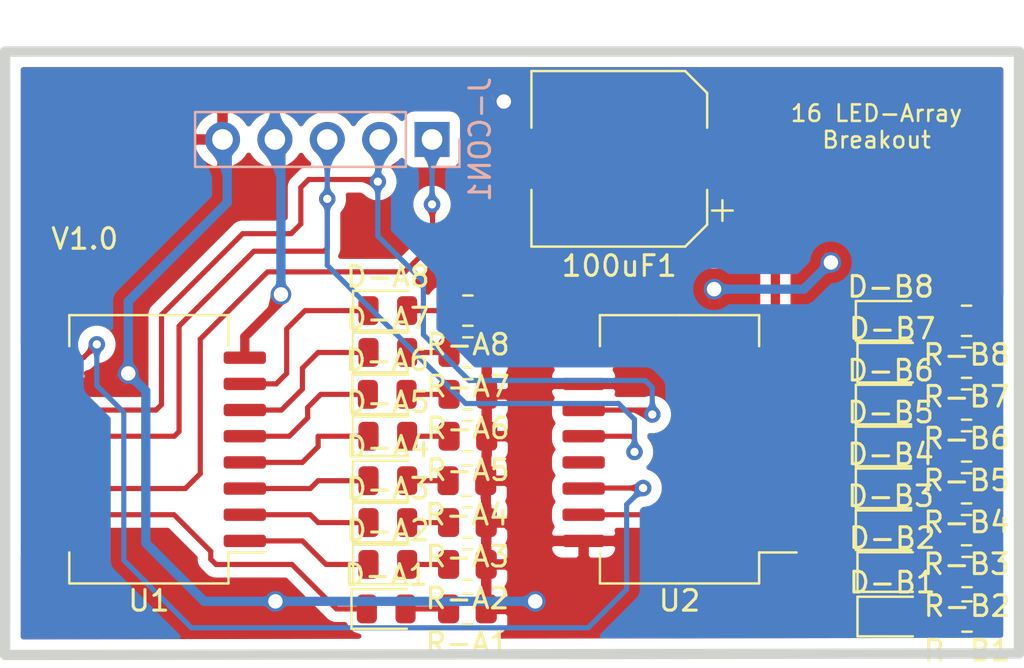
<source format=kicad_pcb>
(kicad_pcb (version 20171130) (host pcbnew 5.1.10)
  (layers (0 F.Cu signal) (31 B.Cu signal) (34 B.Paste user) (35 F.Paste user) (36 B.SilkS user) (37 F.SilkS user) (38 B.Mask user) (39 F.Mask user) (44 Edge.Cuts user))
  (net 0 "")
  (net 1 VCC)
  (net 2 GND)
  (net 3 /saa)
  (net 4 "Net-(D-A1-Pad2)")
  (net 5 "Net-(D-A2-Pad2)")
  (net 6 /sab)
  (net 7 /sac)
  (net 8 "Net-(D-A3-Pad2)")
  (net 9 "Net-(D-A4-Pad2)")
  (net 10 /sad)
  (net 11 /sae)
  (net 12 "Net-(D-A5-Pad2)")
  (net 13 "Net-(D-A6-Pad2)")
  (net 14 /saf)
  (net 15 "Net-(D-A7-Pad2)")
  (net 16 /sag)
  (net 17 "Net-(D-A8-Pad2)")
  (net 18 /sah)
  (net 19 "Net-(D-B1-Pad2)")
  (net 20 /sba)
  (net 21 /sbb)
  (net 22 "Net-(D-B2-Pad2)")
  (net 23 "Net-(D-B3-Pad2)")
  (net 24 /sbc)
  (net 25 /sbd)
  (net 26 "Net-(D-B4-Pad2)")
  (net 27 /sbe)
  (net 28 "Net-(D-B5-Pad2)")
  (net 29 /sbf)
  (net 30 "Net-(D-B6-Pad2)")
  (net 31 /sbg)
  (net 32 "Net-(D-B7-Pad2)")
  (net 33 "Net-(D-B8-Pad2)")
  (net 34 /sbh)
  (net 35 /DATA)
  (net 36 /CLOCK)
  (net 37 /LATCH)
  (net 38 /DATA_S)
  (net 39 "Net-(U1-Pad13)")
  (net 40 "Net-(U2-Pad13)")
  (net 41 "Net-(U2-Pad9)")
  (module Capacitor_SMD:CP_Elec_8x5.4 (layer F.Cu) (at 100.3554 34.5567 180)
    (fp_text reference 100uF1 (at 0 -5.2) (layer F.SilkS))
    (fp_text value CP)
    (pad 1 smd roundrect (at -3.05 0 180) (size 4 2.5) (layers F.Cu F.Paste F.Mask) (roundrect_rratio 0.1) (net 1 VCC))
    (pad 2 smd roundrect (at 3.05 0 180) (size 4 2.5) (layers F.Cu F.Paste F.Mask) (roundrect_rratio 0.1) (net 2 GND))
  )
  (module LED_SMD:LED_0805_2012Metric (layer F.Cu) (at 89.0524 56.4007)
    (fp_text reference D-A1 (at 0 -1.65) (layer F.SilkS))
    (fp_text value LED)
    (pad 1 smd roundrect (at -0.9375 0) (size 0.975 1.4) (layers F.Cu F.Paste F.Mask) (net 3 /saa))
    (pad 2 smd roundrect (at 0.9375 0) (size 0.975 1.4) (layers F.Cu F.Paste F.Mask) (net 4 "Net-(D-A1-Pad2)"))
  )
  (module LED_SMD:LED_0805_2012Metric (layer F.Cu) (at 89.1309 54.2417)
    (fp_text reference D-A2 (at 0 -1.65) (layer F.SilkS))
    (fp_text value LED)
    (pad 2 smd roundrect (at 0.9375 0) (size 0.975 1.4) (layers F.Cu F.Paste F.Mask) (net 5 "Net-(D-A2-Pad2)"))
    (pad 1 smd roundrect (at -0.9375 0) (size 0.975 1.4) (layers F.Cu F.Paste F.Mask) (net 6 /sab))
  )
  (module LED_SMD:LED_0805_2012Metric (layer F.Cu) (at 89.1309 52.2097)
    (fp_text reference D-A3 (at 0 -1.65) (layer F.SilkS))
    (fp_text value LED)
    (pad 1 smd roundrect (at -0.9375 0) (size 0.975 1.4) (layers F.Cu F.Paste F.Mask) (net 7 /sac))
    (pad 2 smd roundrect (at 0.9375 0) (size 0.975 1.4) (layers F.Cu F.Paste F.Mask) (net 8 "Net-(D-A3-Pad2)"))
  )
  (module LED_SMD:LED_0805_2012Metric (layer F.Cu) (at 89.1309 50.1777)
    (fp_text reference D-A4 (at 0 -1.65) (layer F.SilkS))
    (fp_text value LED)
    (pad 2 smd roundrect (at 0.9375 0) (size 0.975 1.4) (layers F.Cu F.Paste F.Mask) (net 9 "Net-(D-A4-Pad2)"))
    (pad 1 smd roundrect (at -0.9375 0) (size 0.975 1.4) (layers F.Cu F.Paste F.Mask) (net 10 /sad))
  )
  (module LED_SMD:LED_0805_2012Metric (layer F.Cu) (at 89.1309 48.0187)
    (fp_text reference D-A5 (at 0 -1.65) (layer F.SilkS))
    (fp_text value LED)
    (pad 1 smd roundrect (at -0.9375 0) (size 0.975 1.4) (layers F.Cu F.Paste F.Mask) (net 11 /sae))
    (pad 2 smd roundrect (at 0.9375 0) (size 0.975 1.4) (layers F.Cu F.Paste F.Mask) (net 12 "Net-(D-A5-Pad2)"))
  )
  (module LED_SMD:LED_0805_2012Metric (layer F.Cu) (at 89.1009 45.9867)
    (fp_text reference D-A6 (at 0 -1.65) (layer F.SilkS))
    (fp_text value LED)
    (pad 2 smd roundrect (at 0.9375 0) (size 0.975 1.4) (layers F.Cu F.Paste F.Mask) (net 13 "Net-(D-A6-Pad2)"))
    (pad 1 smd roundrect (at -0.9375 0) (size 0.975 1.4) (layers F.Cu F.Paste F.Mask) (net 14 /saf))
  )
  (module LED_SMD:LED_0805_2012Metric (layer F.Cu) (at 89.1309 43.9547)
    (fp_text reference D-A7 (at 0 -1.65) (layer F.SilkS))
    (fp_text value LED)
    (pad 2 smd roundrect (at 0.9375 0) (size 0.975 1.4) (layers F.Cu F.Paste F.Mask) (net 15 "Net-(D-A7-Pad2)"))
    (pad 1 smd roundrect (at -0.9375 0) (size 0.975 1.4) (layers F.Cu F.Paste F.Mask) (net 16 /sag))
  )
  (module LED_SMD:LED_0805_2012Metric (layer F.Cu) (at 89.1309 41.9227)
    (fp_text reference D-A8 (at 0 -1.65) (layer F.SilkS))
    (fp_text value LED)
    (pad 2 smd roundrect (at 0.9375 0) (size 0.975 1.4) (layers F.Cu F.Paste F.Mask) (net 17 "Net-(D-A8-Pad2)"))
    (pad 1 smd roundrect (at -0.9375 0) (size 0.975 1.4) (layers F.Cu F.Paste F.Mask) (net 18 /sah))
  )
  (module LED_SMD:LED_0805_2012Metric (layer F.Cu) (at 113.5911 56.769)
    (fp_text reference D-B1 (at 0 -1.65) (layer F.SilkS))
    (fp_text value LED)
    (pad 2 smd roundrect (at 0.9375 0) (size 0.975 1.4) (layers F.Cu F.Paste F.Mask) (net 19 "Net-(D-B1-Pad2)"))
    (pad 1 smd roundrect (at -0.9375 0) (size 0.975 1.4) (layers F.Cu F.Paste F.Mask) (net 20 /sba))
  )
  (module LED_SMD:LED_0805_2012Metric (layer F.Cu) (at 113.5911 54.61)
    (fp_text reference D-B2 (at 0 -1.65) (layer F.SilkS))
    (fp_text value LED)
    (pad 1 smd roundrect (at -0.9375 0) (size 0.975 1.4) (layers F.Cu F.Paste F.Mask) (net 21 /sbb))
    (pad 2 smd roundrect (at 0.9375 0) (size 0.975 1.4) (layers F.Cu F.Paste F.Mask) (net 22 "Net-(D-B2-Pad2)"))
  )
  (module LED_SMD:LED_0805_2012Metric (layer F.Cu) (at 113.5126 52.578)
    (fp_text reference D-B3 (at 0 -1.65) (layer F.SilkS))
    (fp_text value LED)
    (pad 2 smd roundrect (at 0.9375 0) (size 0.975 1.4) (layers F.Cu F.Paste F.Mask) (net 23 "Net-(D-B3-Pad2)"))
    (pad 1 smd roundrect (at -0.9375 0) (size 0.975 1.4) (layers F.Cu F.Paste F.Mask) (net 24 /sbc))
  )
  (module LED_SMD:LED_0805_2012Metric (layer F.Cu) (at 113.5126 50.546)
    (fp_text reference D-B4 (at 0 -1.65) (layer F.SilkS))
    (fp_text value LED)
    (pad 1 smd roundrect (at -0.9375 0) (size 0.975 1.4) (layers F.Cu F.Paste F.Mask) (net 25 /sbd))
    (pad 2 smd roundrect (at 0.9375 0) (size 0.975 1.4) (layers F.Cu F.Paste F.Mask) (net 26 "Net-(D-B4-Pad2)"))
  )
  (module LED_SMD:LED_0805_2012Metric (layer F.Cu) (at 113.5126 48.514)
    (fp_text reference D-B5 (at 0 -1.65) (layer F.SilkS))
    (fp_text value LED)
    (pad 1 smd roundrect (at -0.9375 0) (size 0.975 1.4) (layers F.Cu F.Paste F.Mask) (net 27 /sbe))
    (pad 2 smd roundrect (at 0.9375 0) (size 0.975 1.4) (layers F.Cu F.Paste F.Mask) (net 28 "Net-(D-B5-Pad2)"))
  )
  (module LED_SMD:LED_0805_2012Metric (layer F.Cu) (at 113.5126 46.482)
    (fp_text reference D-B6 (at 0 -1.65) (layer F.SilkS))
    (fp_text value LED)
    (pad 1 smd roundrect (at -0.9375 0) (size 0.975 1.4) (layers F.Cu F.Paste F.Mask) (net 29 /sbf))
    (pad 2 smd roundrect (at 0.9375 0) (size 0.975 1.4) (layers F.Cu F.Paste F.Mask) (net 30 "Net-(D-B6-Pad2)"))
  )
  (module LED_SMD:LED_0805_2012Metric (layer F.Cu) (at 113.5911 44.45)
    (fp_text reference D-B7 (at 0 -1.65) (layer F.SilkS))
    (fp_text value LED)
    (pad 1 smd roundrect (at -0.9375 0) (size 0.975 1.4) (layers F.Cu F.Paste F.Mask) (net 31 /sbg))
    (pad 2 smd roundrect (at 0.9375 0) (size 0.975 1.4) (layers F.Cu F.Paste F.Mask) (net 32 "Net-(D-B7-Pad2)"))
  )
  (module LED_SMD:LED_0805_2012Metric (layer F.Cu) (at 113.5126 42.418)
    (fp_text reference D-B8 (at 0 -1.65) (layer F.SilkS))
    (fp_text value LED)
    (pad 2 smd roundrect (at 0.9375 0) (size 0.975 1.4) (layers F.Cu F.Paste F.Mask) (net 33 "Net-(D-B8-Pad2)"))
    (pad 1 smd roundrect (at -0.9375 0) (size 0.975 1.4) (layers F.Cu F.Paste F.Mask) (net 34 /sbh))
  )
  (module Connector_PinHeader_2.54mm:PinHeader_1x05_P2.54mm_Vertical (layer B.Cu) (at 91.2749 33.6169 90)
    (fp_text reference J-CON1 (at 0 2.33 -90) (layer B.SilkS) (effects (justify mirror)))
    (fp_text value Conn_01x05_Male)
    (pad 1 thru_hole rect (at 0 0 90) (size 1.7 1.7) (drill 1) (layers *.Cu *.Mask) (net 35 /DATA))
    (pad 2 thru_hole oval (at 0 -2.54 90) (size 1.7 1.7) (drill 1) (layers *.Cu *.Mask) (net 36 /CLOCK))
    (pad 3 thru_hole oval (at 0 -5.08 90) (size 1.7 1.7) (drill 1) (layers *.Cu *.Mask) (net 37 /LATCH))
    (pad 4 thru_hole oval (at 0 -7.62 90) (size 1.7 1.7) (drill 1) (layers *.Cu *.Mask) (net 2 GND))
    (pad 5 thru_hole oval (at 0 -10.16 90) (size 1.7 1.7) (drill 1) (layers *.Cu *.Mask) (net 1 VCC))
  )
  (module Resistor_SMD:R_0805_2012Metric (layer F.Cu) (at 92.9894 56.4007 180)
    (fp_text reference R-A1 (at 0 -1.65) (layer F.SilkS))
    (fp_text value 220)
    (pad 2 smd roundrect (at 0.9125 0 180) (size 1.025 1.4) (layers F.Cu F.Paste F.Mask) (roundrect_rratio 0.2439014634146341) (net 4 "Net-(D-A1-Pad2)"))
    (pad 1 smd roundrect (at -0.9125 0 180) (size 1.025 1.4) (layers F.Cu F.Paste F.Mask) (roundrect_rratio 0.2439014634146341) (net 1 VCC))
  )
  (module Resistor_SMD:R_0805_2012Metric (layer F.Cu) (at 92.9894 54.2417 180)
    (fp_text reference R-A2 (at 0 -1.65) (layer F.SilkS))
    (fp_text value 220)
    (pad 2 smd roundrect (at 0.9125 0 180) (size 1.025 1.4) (layers F.Cu F.Paste F.Mask) (roundrect_rratio 0.2439014634146341) (net 5 "Net-(D-A2-Pad2)"))
    (pad 1 smd roundrect (at -0.9125 0 180) (size 1.025 1.4) (layers F.Cu F.Paste F.Mask) (roundrect_rratio 0.2439014634146341) (net 1 VCC))
  )
  (module Resistor_SMD:R_0805_2012Metric (layer F.Cu) (at 92.9894 52.2097 180)
    (fp_text reference R-A3 (at 0 -1.65) (layer F.SilkS))
    (fp_text value 220)
    (pad 2 smd roundrect (at 0.9125 0 180) (size 1.025 1.4) (layers F.Cu F.Paste F.Mask) (roundrect_rratio 0.2439014634146341) (net 8 "Net-(D-A3-Pad2)"))
    (pad 1 smd roundrect (at -0.9125 0 180) (size 1.025 1.4) (layers F.Cu F.Paste F.Mask) (roundrect_rratio 0.2439014634146341) (net 1 VCC))
  )
  (module Resistor_SMD:R_0805_2012Metric (layer F.Cu) (at 92.9659 50.1777 180)
    (fp_text reference R-A4 (at 0 -1.65) (layer F.SilkS))
    (fp_text value 220)
    (pad 2 smd roundrect (at 0.9125 0 180) (size 1.025 1.4) (layers F.Cu F.Paste F.Mask) (roundrect_rratio 0.2439014634146341) (net 9 "Net-(D-A4-Pad2)"))
    (pad 1 smd roundrect (at -0.9125 0 180) (size 1.025 1.4) (layers F.Cu F.Paste F.Mask) (roundrect_rratio 0.2439014634146341) (net 1 VCC))
  )
  (module Resistor_SMD:R_0805_2012Metric (layer F.Cu) (at 93.0129 48.0187 180)
    (fp_text reference R-A5 (at 0 -1.65) (layer F.SilkS))
    (fp_text value 220)
    (pad 1 smd roundrect (at -0.9125 0 180) (size 1.025 1.4) (layers F.Cu F.Paste F.Mask) (roundrect_rratio 0.2439014634146341) (net 1 VCC))
    (pad 2 smd roundrect (at 0.9125 0 180) (size 1.025 1.4) (layers F.Cu F.Paste F.Mask) (roundrect_rratio 0.2439014634146341) (net 12 "Net-(D-A5-Pad2)"))
  )
  (module Resistor_SMD:R_0805_2012Metric (layer F.Cu) (at 93.0129 45.9867 180)
    (fp_text reference R-A6 (at 0 -1.65) (layer F.SilkS))
    (fp_text value 220)
    (pad 1 smd roundrect (at -0.9125 0 180) (size 1.025 1.4) (layers F.Cu F.Paste F.Mask) (roundrect_rratio 0.2439014634146341) (net 1 VCC))
    (pad 2 smd roundrect (at 0.9125 0 180) (size 1.025 1.4) (layers F.Cu F.Paste F.Mask) (roundrect_rratio 0.2439014634146341) (net 13 "Net-(D-A6-Pad2)"))
  )
  (module Resistor_SMD:R_0805_2012Metric (layer F.Cu) (at 93.0129 43.9547 180)
    (fp_text reference R-A7 (at 0 -1.65) (layer F.SilkS))
    (fp_text value 220)
    (pad 2 smd roundrect (at 0.9125 0 180) (size 1.025 1.4) (layers F.Cu F.Paste F.Mask) (roundrect_rratio 0.2439014634146341) (net 15 "Net-(D-A7-Pad2)"))
    (pad 1 smd roundrect (at -0.9125 0 180) (size 1.025 1.4) (layers F.Cu F.Paste F.Mask) (roundrect_rratio 0.2439014634146341) (net 1 VCC))
  )
  (module Resistor_SMD:R_0805_2012Metric (layer F.Cu) (at 93.0129 41.9227 180)
    (fp_text reference R-A8 (at 0 -1.65) (layer F.SilkS))
    (fp_text value 220)
    (pad 1 smd roundrect (at -0.9125 0 180) (size 1.025 1.4) (layers F.Cu F.Paste F.Mask) (roundrect_rratio 0.2439014634146341) (net 1 VCC))
    (pad 2 smd roundrect (at 0.9125 0 180) (size 1.025 1.4) (layers F.Cu F.Paste F.Mask) (roundrect_rratio 0.2439014634146341) (net 17 "Net-(D-A8-Pad2)"))
  )
  (module Resistor_SMD:R_0805_2012Metric (layer F.Cu) (at 117.2191 56.769 180)
    (fp_text reference R-B1 (at 0 -1.65) (layer F.SilkS))
    (fp_text value 220)
    (pad 1 smd roundrect (at -0.9125 0 180) (size 1.025 1.4) (layers F.Cu F.Paste F.Mask) (roundrect_rratio 0.2439014634146341) (net 1 VCC))
    (pad 2 smd roundrect (at 0.9125 0 180) (size 1.025 1.4) (layers F.Cu F.Paste F.Mask) (roundrect_rratio 0.2439014634146341) (net 19 "Net-(D-B1-Pad2)"))
  )
  (module Resistor_SMD:R_0805_2012Metric (layer F.Cu) (at 117.2191 54.61 180)
    (fp_text reference R-B2 (at 0 -1.65) (layer F.SilkS))
    (fp_text value 220)
    (pad 2 smd roundrect (at 0.9125 0 180) (size 1.025 1.4) (layers F.Cu F.Paste F.Mask) (roundrect_rratio 0.2439014634146341) (net 22 "Net-(D-B2-Pad2)"))
    (pad 1 smd roundrect (at -0.9125 0 180) (size 1.025 1.4) (layers F.Cu F.Paste F.Mask) (roundrect_rratio 0.2439014634146341) (net 1 VCC))
  )
  (module Resistor_SMD:R_0805_2012Metric (layer F.Cu) (at 117.1956 52.578 180)
    (fp_text reference R-B3 (at 0 -1.65) (layer F.SilkS))
    (fp_text value 220)
    (pad 1 smd roundrect (at -0.9125 0 180) (size 1.025 1.4) (layers F.Cu F.Paste F.Mask) (roundrect_rratio 0.2439014634146341) (net 1 VCC))
    (pad 2 smd roundrect (at 0.9125 0 180) (size 1.025 1.4) (layers F.Cu F.Paste F.Mask) (roundrect_rratio 0.2439014634146341) (net 23 "Net-(D-B3-Pad2)"))
  )
  (module Resistor_SMD:R_0805_2012Metric (layer F.Cu) (at 117.1956 50.546 180)
    (fp_text reference R-B4 (at 0 -1.65) (layer F.SilkS))
    (fp_text value 220)
    (pad 2 smd roundrect (at 0.9125 0 180) (size 1.025 1.4) (layers F.Cu F.Paste F.Mask) (roundrect_rratio 0.2439014634146341) (net 26 "Net-(D-B4-Pad2)"))
    (pad 1 smd roundrect (at -0.9125 0 180) (size 1.025 1.4) (layers F.Cu F.Paste F.Mask) (roundrect_rratio 0.2439014634146341) (net 1 VCC))
  )
  (module Resistor_SMD:R_0805_2012Metric (layer F.Cu) (at 117.1956 48.514 180)
    (fp_text reference R-B5 (at 0 -1.65) (layer F.SilkS))
    (fp_text value 220)
    (pad 1 smd roundrect (at -0.9125 0 180) (size 1.025 1.4) (layers F.Cu F.Paste F.Mask) (roundrect_rratio 0.2439014634146341) (net 1 VCC))
    (pad 2 smd roundrect (at 0.9125 0 180) (size 1.025 1.4) (layers F.Cu F.Paste F.Mask) (roundrect_rratio 0.2439014634146341) (net 28 "Net-(D-B5-Pad2)"))
  )
  (module Resistor_SMD:R_0805_2012Metric (layer F.Cu) (at 117.1956 46.482 180)
    (fp_text reference R-B6 (at 0 -1.65) (layer F.SilkS))
    (fp_text value 220)
    (pad 2 smd roundrect (at 0.9125 0 180) (size 1.025 1.4) (layers F.Cu F.Paste F.Mask) (roundrect_rratio 0.2439014634146341) (net 30 "Net-(D-B6-Pad2)"))
    (pad 1 smd roundrect (at -0.9125 0 180) (size 1.025 1.4) (layers F.Cu F.Paste F.Mask) (roundrect_rratio 0.2439014634146341) (net 1 VCC))
  )
  (module Resistor_SMD:R_0805_2012Metric (layer F.Cu) (at 117.1956 44.45 180)
    (fp_text reference R-B7 (at 0 -1.65) (layer F.SilkS))
    (fp_text value 220)
    (pad 1 smd roundrect (at -0.9125 0 180) (size 1.025 1.4) (layers F.Cu F.Paste F.Mask) (roundrect_rratio 0.2439014634146341) (net 1 VCC))
    (pad 2 smd roundrect (at 0.9125 0 180) (size 1.025 1.4) (layers F.Cu F.Paste F.Mask) (roundrect_rratio 0.2439014634146341) (net 32 "Net-(D-B7-Pad2)"))
  )
  (module Resistor_SMD:R_0805_2012Metric (layer F.Cu) (at 117.1956 42.418 180)
    (fp_text reference R-B8 (at 0 -1.65) (layer F.SilkS))
    (fp_text value 220)
    (pad 1 smd roundrect (at -0.9125 0 180) (size 1.025 1.4) (layers F.Cu F.Paste F.Mask) (roundrect_rratio 0.2439014634146341) (net 1 VCC))
    (pad 2 smd roundrect (at 0.9125 0 180) (size 1.025 1.4) (layers F.Cu F.Paste F.Mask) (roundrect_rratio 0.2439014634146341) (net 33 "Net-(D-B8-Pad2)"))
  )
  (module Package_SO:SOIC-16W_7.5x12.8mm_P1.27mm (layer F.Cu) (at 77.5444 48.6537 180)
    (fp_text reference U1 (at 0 -7.35) (layer F.SilkS))
    (fp_text value 74HC595)
    (pad 1 smd roundrect (at -4.65 -4.445 180) (size 2.05 0.6) (layers F.Cu F.Paste F.Mask) (net 6 /sab))
    (pad 2 smd roundrect (at -4.65 -3.175 180) (size 2.05 0.6) (layers F.Cu F.Paste F.Mask) (net 7 /sac))
    (pad 3 smd roundrect (at -4.65 -1.905 180) (size 2.05 0.6) (layers F.Cu F.Paste F.Mask) (net 10 /sad))
    (pad 4 smd roundrect (at -4.65 -0.635 180) (size 2.05 0.6) (layers F.Cu F.Paste F.Mask) (net 11 /sae))
    (pad 5 smd roundrect (at -4.65 0.635 180) (size 2.05 0.6) (layers F.Cu F.Paste F.Mask) (net 14 /saf))
    (pad 6 smd roundrect (at -4.65 1.905 180) (size 2.05 0.6) (layers F.Cu F.Paste F.Mask) (net 16 /sag))
    (pad 7 smd roundrect (at -4.65 3.175 180) (size 2.05 0.6) (layers F.Cu F.Paste F.Mask) (net 18 /sah))
    (pad 8 smd roundrect (at -4.65 4.445 180) (size 2.05 0.6) (layers F.Cu F.Paste F.Mask) (net 2 GND))
    (pad 9 smd roundrect (at 4.65 4.445 180) (size 2.05 0.6) (layers F.Cu F.Paste F.Mask) (net 38 /DATA_S))
    (pad 10 smd roundrect (at 4.65 3.175 180) (size 2.05 0.6) (layers F.Cu F.Paste F.Mask) (net 1 VCC))
    (pad 11 smd roundrect (at 4.65 1.905 180) (size 2.05 0.6) (layers F.Cu F.Paste F.Mask) (net 36 /CLOCK))
    (pad 12 smd roundrect (at 4.65 0.635 180) (size 2.05 0.6) (layers F.Cu F.Paste F.Mask) (net 37 /LATCH))
    (pad 13 smd roundrect (at 4.65 -0.635 180) (size 2.05 0.6) (layers F.Cu F.Paste F.Mask) (net 39 "Net-(U1-Pad13)"))
    (pad 14 smd roundrect (at 4.65 -1.905 180) (size 2.05 0.6) (layers F.Cu F.Paste F.Mask) (net 35 /DATA))
    (pad 15 smd roundrect (at 4.65 -3.175 180) (size 2.05 0.6) (layers F.Cu F.Paste F.Mask) (net 3 /saa))
    (pad 16 smd roundrect (at 4.65 -4.445 180) (size 2.05 0.6) (layers F.Cu F.Paste F.Mask) (net 1 VCC))
  )
  (module Package_SO:SOIC-16W_7.5x12.8mm_P1.27mm (layer F.Cu) (at 103.2764 48.6537 180)
    (fp_text reference U2 (at 0 -7.35) (layer F.SilkS))
    (fp_text value 74HC595)
    (pad 1 smd roundrect (at -4.65 -4.445 180) (size 2.05 0.6) (layers F.Cu F.Paste F.Mask) (net 21 /sbb))
    (pad 2 smd roundrect (at -4.65 -3.175 180) (size 2.05 0.6) (layers F.Cu F.Paste F.Mask) (net 24 /sbc))
    (pad 3 smd roundrect (at -4.65 -1.905 180) (size 2.05 0.6) (layers F.Cu F.Paste F.Mask) (net 25 /sbd))
    (pad 4 smd roundrect (at -4.65 -0.635 180) (size 2.05 0.6) (layers F.Cu F.Paste F.Mask) (net 27 /sbe))
    (pad 5 smd roundrect (at -4.65 0.635 180) (size 2.05 0.6) (layers F.Cu F.Paste F.Mask) (net 29 /sbf))
    (pad 6 smd roundrect (at -4.65 1.905 180) (size 2.05 0.6) (layers F.Cu F.Paste F.Mask) (net 31 /sbg))
    (pad 7 smd roundrect (at -4.65 3.175 180) (size 2.05 0.6) (layers F.Cu F.Paste F.Mask) (net 34 /sbh))
    (pad 8 smd roundrect (at -4.65 4.445 180) (size 2.05 0.6) (layers F.Cu F.Paste F.Mask) (net 2 GND))
    (pad 9 smd roundrect (at 4.65 4.445 180) (size 2.05 0.6) (layers F.Cu F.Paste F.Mask) (net 41 "Net-(U2-Pad9)"))
    (pad 10 smd roundrect (at 4.65 3.175 180) (size 2.05 0.6) (layers F.Cu F.Paste F.Mask) (net 1 VCC))
    (pad 11 smd roundrect (at 4.65 1.905 180) (size 2.05 0.6) (layers F.Cu F.Paste F.Mask) (net 36 /CLOCK))
    (pad 12 smd roundrect (at 4.65 0.635 180) (size 2.05 0.6) (layers F.Cu F.Paste F.Mask) (net 37 /LATCH))
    (pad 13 smd roundrect (at 4.65 -0.635 180) (size 2.05 0.6) (layers F.Cu F.Paste F.Mask) (net 40 "Net-(U2-Pad13)"))
    (pad 14 smd roundrect (at 4.65 -1.905 180) (size 2.05 0.6) (layers F.Cu F.Paste F.Mask) (net 38 /DATA_S))
    (pad 15 smd roundrect (at 4.65 -3.175 180) (size 2.05 0.6) (layers F.Cu F.Paste F.Mask) (net 20 /sba))
    (pad 16 smd roundrect (at 4.65 -4.445 180) (size 2.05 0.6) (layers F.Cu F.Paste F.Mask) (net 1 VCC))
  )
  (gr_text V1.0 (at 74.4347 38.4429) (layer F.SilkS) (effects (font (size 1 1))))
  (gr_text "16 LED-Array\nBreakout" (at 112.8268 32.9946) (layer F.SilkS) (effects (font (size 0.8 0.8) (thickness 0.125))))
  (gr_line (start 70.5739 58.6359) (end 70.5739 29.3497) (layer Edge.Cuts) (width 0.5))
  (gr_line (start 119.7356 58.5597) (end 70.5739 58.6359) (layer Edge.Cuts) (width 0.5))
  (gr_line (start 119.7356 29.3497) (end 119.7356 58.5597) (layer Edge.Cuts) (width 0.5))
  (gr_line (start 70.5739 29.3497) (end 119.7356 29.3497) (layer Edge.Cuts) (width 0.5))
  (segment (start 93.9254 41.9227) (end 93.9254 43.9547) (width 0.45) (layer F.Cu) (net 1))
  (segment (start 93.9254 43.9547) (end 93.9254 45.9867) (width 0.45) (layer F.Cu) (net 1))
  (segment (start 93.9254 45.9867) (end 93.9254 48.0187) (width 0.45) (layer F.Cu) (net 1))
  (segment (start 93.9254 50.1307) (end 93.8784 50.1777) (width 0.45) (layer F.Cu) (net 1))
  (segment (start 93.9254 48.0187) (end 93.9254 50.1307) (width 0.45) (layer F.Cu) (net 1))
  (segment (start 93.9019 50.2012) (end 93.8784 50.1777) (width 0.45) (layer F.Cu) (net 1))
  (segment (start 93.9019 52.2097) (end 93.9019 50.2012) (width 0.45) (layer F.Cu) (net 1))
  (segment (start 93.9019 54.2417) (end 93.9019 52.2097) (width 0.45) (layer F.Cu) (net 1))
  (segment (start 93.9019 56.4007) (end 93.9019 54.2417) (width 0.45) (layer F.Cu) (net 1))
  (segment (start 118.1081 42.418) (end 118.1081 44.45) (width 0.45) (layer F.Cu) (net 1))
  (segment (start 118.1081 46.482) (end 118.1081 44.45) (width 0.45) (layer F.Cu) (net 1))
  (segment (start 118.1081 48.514) (end 118.1081 46.482) (width 0.45) (layer F.Cu) (net 1))
  (segment (start 118.1081 50.546) (end 118.1081 48.514) (width 0.45) (layer F.Cu) (net 1))
  (segment (start 118.1081 50.546) (end 118.1081 52.578) (width 0.45) (layer F.Cu) (net 1))
  (segment (start 118.1316 52.6015) (end 118.1081 52.578) (width 0.45) (layer F.Cu) (net 1))
  (segment (start 118.1316 54.61) (end 118.1316 52.6015) (width 0.45) (layer F.Cu) (net 1))
  (segment (start 118.1316 56.769) (end 118.1316 54.61) (width 0.45) (layer F.Cu) (net 1))
  (segment (start 93.9254 45.9867) (end 95.377 45.9867) (width 0.45) (layer F.Cu) (net 1))
  (segment (start 95.377 45.9867) (end 95.9231 45.4406) (width 0.45) (layer F.Cu) (net 1))
  (segment (start 98.5883 45.4406) (end 98.6264 45.4787) (width 0.45) (layer F.Cu) (net 1))
  (segment (start 95.9231 45.4406) (end 98.5883 45.4406) (width 0.45) (layer F.Cu) (net 1))
  (segment (start 93.9019 52.2097) (end 94.8436 52.2097) (width 0.45) (layer F.Cu) (net 1))
  (segment (start 95.7326 53.0987) (end 98.6264 53.0987) (width 0.45) (layer F.Cu) (net 1))
  (segment (start 94.8436 52.2097) (end 95.7326 53.0987) (width 0.45) (layer F.Cu) (net 1))
  (segment (start 103.4054 34.5567) (end 103.4054 37.5178) (width 0.45) (layer F.Cu) (net 1))
  (segment (start 103.4054 37.5178) (end 103.7717 37.8841) (width 0.45) (layer F.Cu) (net 1))
  (segment (start 118.1081 39.711) (end 118.1081 42.418) (width 0.45) (layer F.Cu) (net 1))
  (segment (start 116.2812 37.8841) (end 118.1081 39.711) (width 0.45) (layer F.Cu) (net 1))
  (segment (start 98.6264 45.4787) (end 102.6414 45.4787) (width 0.45) (layer F.Cu) (net 1))
  (segment (start 102.6414 45.4787) (end 104.9782 43.1419) (width 0.45) (layer F.Cu) (net 1))
  (via (at 104.9528 40.8813) (size 1) (drill 0.7) (layers F.Cu B.Cu) (net 1))
  (segment (start 104.9782 40.9067) (end 104.9528 40.8813) (width 0.45) (layer F.Cu) (net 1))
  (segment (start 104.9782 43.1419) (end 104.9782 40.9067) (width 0.45) (layer F.Cu) (net 1))
  (segment (start 104.9528 40.8813) (end 109.3089 40.8813) (width 0.45) (layer B.Cu) (net 1))
  (via (at 110.617 39.5859) (size 1) (drill 0.7) (layers F.Cu B.Cu) (net 1))
  (segment (start 110.6043 39.5859) (end 110.617 39.5859) (width 0.45) (layer B.Cu) (net 1))
  (segment (start 109.3089 40.8813) (end 110.6043 39.5859) (width 0.45) (layer B.Cu) (net 1))
  (segment (start 110.617 37.9857) (end 110.5154 37.8841) (width 0.45) (layer F.Cu) (net 1))
  (segment (start 110.617 39.5859) (end 110.617 37.9857) (width 0.45) (layer F.Cu) (net 1))
  (segment (start 110.5154 37.8841) (end 116.2812 37.8841) (width 0.45) (layer F.Cu) (net 1))
  (segment (start 103.7717 37.8841) (end 110.5154 37.8841) (width 0.45) (layer F.Cu) (net 1))
  (segment (start 72.8944 53.0987) (end 77.4573 53.0987) (width 0.45) (layer F.Cu) (net 1))
  (segment (start 77.4573 53.0987) (end 80.1116 55.753) (width 0.45) (layer F.Cu) (net 1))
  (via (at 83.6803 56.0324) (size 1) (drill 0.7) (layers F.Cu B.Cu) (net 1))
  (segment (start 83.4009 55.753) (end 83.6803 56.0324) (width 0.45) (layer F.Cu) (net 1))
  (segment (start 80.1116 55.753) (end 83.4009 55.753) (width 0.45) (layer F.Cu) (net 1))
  (via (at 96.2787 56.0324) (size 1) (drill 0.7) (layers F.Cu B.Cu) (net 1))
  (segment (start 83.6803 56.0324) (end 96.2787 56.0324) (width 0.45) (layer B.Cu) (net 1))
  (segment (start 94.2702 56.0324) (end 93.9019 56.4007) (width 0.45) (layer F.Cu) (net 1))
  (segment (start 96.2787 56.0324) (end 94.2702 56.0324) (width 0.45) (layer F.Cu) (net 1))
  (via (at 76.5429 44.9707) (size 1) (drill 0.7) (layers F.Cu B.Cu) (net 1))
  (segment (start 76.0349 45.4787) (end 76.5429 44.9707) (width 0.45) (layer F.Cu) (net 1))
  (segment (start 72.8944 45.4787) (end 76.0349 45.4787) (width 0.45) (layer F.Cu) (net 1))
  (segment (start 76.5429 44.9707) (end 77.3938 45.8216) (width 0.45) (layer B.Cu) (net 1))
  (segment (start 77.3938 45.8216) (end 77.3938 53.2003) (width 0.45) (layer B.Cu) (net 1))
  (segment (start 80.2259 56.0324) (end 83.6803 56.0324) (width 0.45) (layer B.Cu) (net 1))
  (segment (start 77.3938 53.2003) (end 80.2259 56.0324) (width 0.45) (layer B.Cu) (net 1))
  (segment (start 81.3435 33.8455) (end 81.1149 33.6169) (width 0.45) (layer B.Cu) (net 1))
  (segment (start 81.3435 36.6776) (end 81.3435 33.8455) (width 0.45) (layer B.Cu) (net 1))
  (segment (start 76.5429 41.4782) (end 81.3435 36.6776) (width 0.45) (layer B.Cu) (net 1))
  (segment (start 76.5429 44.9707) (end 76.5429 41.4782) (width 0.45) (layer B.Cu) (net 1))
  (segment (start 107.9264 44.2087) (end 107.9264 39.5242) (width 0.45) (layer F.Cu) (net 2))
  (segment (start 107.9264 39.5242) (end 107.5563 39.1541) (width 0.45) (layer F.Cu) (net 2))
  (segment (start 107.5563 39.1541) (end 102.2858 39.1541) (width 0.45) (layer F.Cu) (net 2))
  (segment (start 102.2858 39.1541) (end 100.3554 37.2237) (width 0.45) (layer F.Cu) (net 2))
  (segment (start 100.3554 37.2237) (end 98.0694 37.2237) (width 0.45) (layer F.Cu) (net 2))
  (segment (start 97.3054 36.4597) (end 97.3054 34.5567) (width 0.45) (layer F.Cu) (net 2))
  (segment (start 98.0694 37.2237) (end 97.3054 36.4597) (width 0.45) (layer F.Cu) (net 2))
  (segment (start 82.1944 44.2087) (end 82.1944 43.1927) (width 0.45) (layer F.Cu) (net 2))
  (via (at 83.947 41.1353) (size 1) (drill 0.7) (layers F.Cu B.Cu) (net 2))
  (segment (start 83.947 41.4401) (end 83.947 41.1353) (width 0.45) (layer F.Cu) (net 2))
  (segment (start 82.1944 43.1927) (end 83.947 41.4401) (width 0.45) (layer F.Cu) (net 2))
  (segment (start 83.947 33.909) (end 83.6549 33.6169) (width 0.45) (layer B.Cu) (net 2))
  (segment (start 83.947 41.1353) (end 83.947 33.909) (width 0.45) (layer B.Cu) (net 2))
  (segment (start 83.6549 33.6169) (end 83.6549 31.9405) (width 0.45) (layer B.Cu) (net 2))
  (segment (start 83.6549 31.9405) (end 84.709 30.8864) (width 0.45) (layer B.Cu) (net 2))
  (segment (start 84.709 30.8864) (end 93.9038 30.8864) (width 0.45) (layer B.Cu) (net 2))
  (via (at 94.7547 31.7754) (size 1) (drill 0.7) (layers F.Cu B.Cu) (net 2))
  (segment (start 94.7547 31.7373) (end 94.7547 31.7754) (width 0.45) (layer B.Cu) (net 2))
  (segment (start 93.9038 30.8864) (end 94.7547 31.7373) (width 0.45) (layer B.Cu) (net 2))
  (segment (start 94.7547 32.006) (end 97.3054 34.5567) (width 0.45) (layer F.Cu) (net 2))
  (segment (start 94.7547 31.7754) (end 94.7547 32.006) (width 0.45) (layer F.Cu) (net 2))
  (segment (start 72.8944 51.8287) (end 78.7654 51.8287) (width 0.25) (layer F.Cu) (net 3))
  (segment (start 78.7654 51.8287) (end 80.5434 53.6067) (width 0.25) (layer F.Cu) (net 3))
  (segment (start 80.5434 53.6067) (end 80.5434 53.9877) (width 0.25) (layer F.Cu) (net 3))
  (segment (start 80.5434 53.9877) (end 80.7974 54.2417) (width 0.25) (layer F.Cu) (net 3))
  (segment (start 80.7974 54.2417) (end 84.4804 54.2417) (width 0.25) (layer F.Cu) (net 3))
  (segment (start 86.6394 56.4007) (end 88.1149 56.4007) (width 0.25) (layer F.Cu) (net 3))
  (segment (start 84.4804 54.2417) (end 86.6394 56.4007) (width 0.25) (layer F.Cu) (net 3))
  (segment (start 92.0769 56.4007) (end 89.9899 56.4007) (width 0.25) (layer F.Cu) (net 4))
  (segment (start 92.0769 54.2417) (end 90.0684 54.2417) (width 0.25) (layer F.Cu) (net 5))
  (segment (start 82.1944 53.0987) (end 84.9884 53.0987) (width 0.25) (layer F.Cu) (net 6))
  (segment (start 86.1314 54.2417) (end 88.1934 54.2417) (width 0.25) (layer F.Cu) (net 6))
  (segment (start 84.9884 53.0987) (end 86.1314 54.2417) (width 0.25) (layer F.Cu) (net 6))
  (segment (start 82.1944 51.8287) (end 85.3694 51.8287) (width 0.25) (layer F.Cu) (net 7))
  (segment (start 85.7504 52.2097) (end 88.1934 52.2097) (width 0.25) (layer F.Cu) (net 7))
  (segment (start 85.3694 51.8287) (end 85.7504 52.2097) (width 0.25) (layer F.Cu) (net 7))
  (segment (start 92.0769 52.2097) (end 90.0684 52.2097) (width 0.25) (layer F.Cu) (net 8))
  (segment (start 92.0534 50.1777) (end 90.0684 50.1777) (width 0.25) (layer F.Cu) (net 9))
  (segment (start 82.1944 50.5587) (end 85.3694 50.5587) (width 0.25) (layer F.Cu) (net 10))
  (segment (start 85.3694 50.5587) (end 85.7504 50.1777) (width 0.25) (layer F.Cu) (net 10))
  (segment (start 85.7504 50.1777) (end 88.1934 50.1777) (width 0.25) (layer F.Cu) (net 10))
  (segment (start 82.1944 49.2887) (end 84.9884 49.2887) (width 0.25) (layer F.Cu) (net 11))
  (segment (start 84.9884 49.2887) (end 85.7504 48.5267) (width 0.25) (layer F.Cu) (net 11))
  (segment (start 85.7504 48.5267) (end 85.7504 48.0187) (width 0.25) (layer F.Cu) (net 11))
  (segment (start 85.7504 48.0187) (end 88.1934 48.0187) (width 0.25) (layer F.Cu) (net 11))
  (segment (start 92.1004 48.0187) (end 90.0684 48.0187) (width 0.25) (layer F.Cu) (net 12))
  (segment (start 92.1004 45.9867) (end 90.0384 45.9867) (width 0.25) (layer F.Cu) (net 13))
  (segment (start 82.1944 48.0187) (end 84.3534 48.0187) (width 0.25) (layer F.Cu) (net 14))
  (segment (start 84.3534 48.0187) (end 85.2424 47.1297) (width 0.25) (layer F.Cu) (net 14))
  (segment (start 85.2424 47.1297) (end 85.2424 46.6217) (width 0.25) (layer F.Cu) (net 14))
  (segment (start 85.8774 45.9867) (end 88.1634 45.9867) (width 0.25) (layer F.Cu) (net 14))
  (segment (start 85.2424 46.6217) (end 85.8774 45.9867) (width 0.25) (layer F.Cu) (net 14))
  (segment (start 92.1004 43.9547) (end 90.0684 43.9547) (width 0.25) (layer F.Cu) (net 15))
  (segment (start 82.1944 46.7487) (end 83.9724 46.7487) (width 0.25) (layer F.Cu) (net 16))
  (segment (start 83.9724 46.7487) (end 84.9884 45.7327) (width 0.25) (layer F.Cu) (net 16))
  (segment (start 84.9884 45.7327) (end 84.9884 44.7167) (width 0.25) (layer F.Cu) (net 16))
  (segment (start 85.7504 43.9547) (end 88.1934 43.9547) (width 0.25) (layer F.Cu) (net 16))
  (segment (start 84.9884 44.7167) (end 85.7504 43.9547) (width 0.25) (layer F.Cu) (net 16))
  (segment (start 92.1004 41.9227) (end 90.0684 41.9227) (width 0.25) (layer F.Cu) (net 17))
  (segment (start 82.1944 45.4787) (end 83.7184 45.4787) (width 0.25) (layer F.Cu) (net 18))
  (segment (start 83.7184 45.4787) (end 84.2264 44.9707) (width 0.25) (layer F.Cu) (net 18))
  (segment (start 84.2264 44.9707) (end 84.2264 42.8117) (width 0.25) (layer F.Cu) (net 18))
  (segment (start 85.1154 41.9227) (end 88.1934 41.9227) (width 0.25) (layer F.Cu) (net 18))
  (segment (start 84.2264 42.8117) (end 85.1154 41.9227) (width 0.25) (layer F.Cu) (net 18))
  (segment (start 116.3066 56.769) (end 114.5286 56.769) (width 0.25) (layer F.Cu) (net 19))
  (segment (start 98.6264 51.8287) (end 105.029 51.8287) (width 0.25) (layer F.Cu) (net 20))
  (segment (start 105.029 51.8287) (end 105.9561 52.7558) (width 0.25) (layer F.Cu) (net 20))
  (segment (start 105.9561 52.7558) (end 105.9561 53.4289) (width 0.25) (layer F.Cu) (net 20))
  (segment (start 105.9561 53.4289) (end 107.9373 55.4101) (width 0.25) (layer F.Cu) (net 20))
  (segment (start 107.9373 55.4101) (end 110.5916 55.4101) (width 0.25) (layer F.Cu) (net 20))
  (segment (start 110.5916 55.4101) (end 111.125 55.9435) (width 0.25) (layer F.Cu) (net 20))
  (segment (start 111.125 55.9435) (end 111.125 56.7563) (width 0.25) (layer F.Cu) (net 20))
  (segment (start 112.6409 56.7563) (end 112.6536 56.769) (width 0.25) (layer F.Cu) (net 20))
  (segment (start 111.125 56.7563) (end 112.6409 56.7563) (width 0.25) (layer F.Cu) (net 20))
  (segment (start 107.9264 53.0987) (end 110.0963 53.0987) (width 0.25) (layer F.Cu) (net 21))
  (segment (start 110.0963 53.0987) (end 110.7821 53.7845) (width 0.25) (layer F.Cu) (net 21))
  (segment (start 110.7821 53.7845) (end 110.7821 54.2036) (width 0.25) (layer F.Cu) (net 21))
  (segment (start 111.1885 54.61) (end 112.6536 54.61) (width 0.25) (layer F.Cu) (net 21))
  (segment (start 110.7821 54.2036) (end 111.1885 54.61) (width 0.25) (layer F.Cu) (net 21))
  (segment (start 116.3066 54.61) (end 114.5286 54.61) (width 0.25) (layer F.Cu) (net 22))
  (segment (start 116.2831 52.578) (end 114.4501 52.578) (width 0.25) (layer F.Cu) (net 23))
  (segment (start 107.9264 51.8287) (end 110.49 51.8287) (width 0.25) (layer F.Cu) (net 24))
  (segment (start 110.49 51.8287) (end 110.8456 52.1843) (width 0.25) (layer F.Cu) (net 24))
  (segment (start 110.8456 52.1843) (end 110.8456 52.2351) (width 0.25) (layer F.Cu) (net 24))
  (segment (start 110.8456 52.2351) (end 111.2012 52.5907) (width 0.25) (layer F.Cu) (net 24))
  (segment (start 112.5624 52.5907) (end 112.5751 52.578) (width 0.25) (layer F.Cu) (net 24))
  (segment (start 111.2012 52.5907) (end 112.5624 52.5907) (width 0.25) (layer F.Cu) (net 24))
  (segment (start 112.5624 50.5587) (end 112.5751 50.546) (width 0.25) (layer F.Cu) (net 25))
  (segment (start 107.9264 50.5587) (end 112.5624 50.5587) (width 0.25) (layer F.Cu) (net 25))
  (segment (start 116.2831 50.546) (end 114.4501 50.546) (width 0.25) (layer F.Cu) (net 26))
  (segment (start 107.9264 49.2887) (end 109.7407 49.2887) (width 0.25) (layer F.Cu) (net 27))
  (segment (start 110.5154 48.514) (end 112.5751 48.514) (width 0.25) (layer F.Cu) (net 27))
  (segment (start 109.7407 49.2887) (end 110.5154 48.514) (width 0.25) (layer F.Cu) (net 27))
  (segment (start 116.2831 48.514) (end 114.4501 48.514) (width 0.25) (layer F.Cu) (net 28))
  (segment (start 107.9264 48.0187) (end 110.0201 48.0187) (width 0.25) (layer F.Cu) (net 29))
  (segment (start 110.0201 48.0187) (end 111.1758 46.863) (width 0.25) (layer F.Cu) (net 29))
  (segment (start 111.1758 46.863) (end 111.1758 46.736) (width 0.25) (layer F.Cu) (net 29))
  (segment (start 111.4298 46.482) (end 112.5751 46.482) (width 0.25) (layer F.Cu) (net 29))
  (segment (start 111.1758 46.736) (end 111.4298 46.482) (width 0.25) (layer F.Cu) (net 29))
  (segment (start 116.2831 46.482) (end 114.4501 46.482) (width 0.25) (layer F.Cu) (net 30))
  (segment (start 107.9264 46.7487) (end 110.0963 46.7487) (width 0.25) (layer F.Cu) (net 31))
  (segment (start 110.0963 46.7487) (end 111.4044 45.4406) (width 0.25) (layer F.Cu) (net 31))
  (segment (start 111.4044 45.4406) (end 111.4044 44.6278) (width 0.25) (layer F.Cu) (net 31))
  (segment (start 111.5822 44.45) (end 112.6536 44.45) (width 0.25) (layer F.Cu) (net 31))
  (segment (start 111.4044 44.6278) (end 111.5822 44.45) (width 0.25) (layer F.Cu) (net 31))
  (segment (start 114.5286 44.45) (end 116.2831 44.45) (width 0.25) (layer F.Cu) (net 32))
  (segment (start 116.2831 42.418) (end 114.4501 42.418) (width 0.25) (layer F.Cu) (net 33))
  (segment (start 107.9264 45.4787) (end 109.8804 45.4787) (width 0.25) (layer F.Cu) (net 34))
  (segment (start 109.8804 45.4787) (end 110.8456 44.5135) (width 0.25) (layer F.Cu) (net 34))
  (segment (start 110.8456 44.5135) (end 110.8456 42.6974) (width 0.25) (layer F.Cu) (net 34))
  (segment (start 111.125 42.418) (end 112.5751 42.418) (width 0.25) (layer F.Cu) (net 34))
  (segment (start 110.8456 42.6974) (end 111.125 42.418) (width 0.25) (layer F.Cu) (net 34))
  (segment (start 72.8944 50.5587) (end 79.3115 50.5587) (width 0.25) (layer F.Cu) (net 35))
  (segment (start 79.3115 50.5587) (end 80.0354 49.8348) (width 0.25) (layer F.Cu) (net 35))
  (segment (start 80.0354 49.8348) (end 80.0354 43.307) (width 0.25) (layer F.Cu) (net 35))
  (segment (start 80.0354 43.307) (end 83.2993 40.0431) (width 0.25) (layer F.Cu) (net 35))
  (segment (start 83.2993 40.0431) (end 89.9541 40.0431) (width 0.25) (layer F.Cu) (net 35))
  (segment (start 89.9541 40.0431) (end 91.3003 38.6969) (width 0.25) (layer F.Cu) (net 35))
  (via (at 91.2749 36.7665) (size 0.8) (drill 0.4) (layers F.Cu B.Cu) (net 35))
  (segment (start 91.3003 36.7919) (end 91.2749 36.7665) (width 0.25) (layer F.Cu) (net 35))
  (segment (start 91.3003 38.6969) (end 91.3003 36.7919) (width 0.25) (layer F.Cu) (net 35))
  (segment (start 91.2749 36.7665) (end 91.2749 33.6169) (width 0.25) (layer B.Cu) (net 35))
  (segment (start 72.8944 46.7487) (end 77.8891 46.7487) (width 0.25) (layer F.Cu) (net 36))
  (segment (start 77.8891 46.7487) (end 78.1558 46.482) (width 0.25) (layer F.Cu) (net 36))
  (segment (start 78.1558 46.482) (end 78.1558 42.1259) (width 0.25) (layer F.Cu) (net 36))
  (segment (start 78.1558 42.1259) (end 80.8228 39.4589) (width 0.25) (layer F.Cu) (net 36))
  (segment (start 80.8228 39.4589) (end 82.0928 38.1889) (width 0.25) (layer F.Cu) (net 36))
  (segment (start 82.0928 38.1889) (end 84.4423 38.1889) (width 0.25) (layer F.Cu) (net 36))
  (segment (start 84.4423 38.1889) (end 84.9122 37.719) (width 0.25) (layer F.Cu) (net 36))
  (segment (start 84.9122 37.719) (end 84.9122 35.941) (width 0.25) (layer F.Cu) (net 36))
  (segment (start 84.9122 35.941) (end 85.2932 35.56) (width 0.25) (layer F.Cu) (net 36))
  (via (at 88.646 35.6616) (size 0.8) (drill 0.4) (layers F.Cu B.Cu) (net 36))
  (segment (start 88.5444 35.56) (end 88.646 35.6616) (width 0.25) (layer F.Cu) (net 36))
  (segment (start 85.2932 35.56) (end 88.5444 35.56) (width 0.25) (layer F.Cu) (net 36))
  (segment (start 88.646 33.7058) (end 88.7349 33.6169) (width 0.25) (layer B.Cu) (net 36))
  (segment (start 88.646 35.6616) (end 88.646 33.7058) (width 0.25) (layer B.Cu) (net 36))
  (segment (start 88.646 35.6616) (end 88.646 38.3032) (width 0.25) (layer B.Cu) (net 36))
  (segment (start 88.646 38.3032) (end 90.8558 40.513) (width 0.25) (layer B.Cu) (net 36))
  (segment (start 90.8558 40.513) (end 90.8558 43.0911) (width 0.25) (layer B.Cu) (net 36))
  (segment (start 90.8558 43.0911) (end 93.0783 45.3136) (width 0.25) (layer B.Cu) (net 36))
  (segment (start 93.0783 45.3136) (end 101.6127 45.3136) (width 0.25) (layer B.Cu) (net 36))
  (via (at 101.9556 46.9646) (size 0.8) (drill 0.4) (layers F.Cu B.Cu) (net 36))
  (segment (start 101.9556 45.6565) (end 101.9556 46.9646) (width 0.25) (layer B.Cu) (net 36))
  (segment (start 101.6127 45.3136) (end 101.9556 45.6565) (width 0.25) (layer B.Cu) (net 36))
  (segment (start 101.7397 46.7487) (end 101.9556 46.9646) (width 0.25) (layer F.Cu) (net 36))
  (segment (start 98.6264 46.7487) (end 101.7397 46.7487) (width 0.25) (layer F.Cu) (net 36))
  (segment (start 72.8944 48.0187) (end 78.7781 48.0187) (width 0.25) (layer F.Cu) (net 37))
  (segment (start 78.7781 48.0187) (end 79.0067 47.7901) (width 0.25) (layer F.Cu) (net 37))
  (segment (start 79.0067 47.7901) (end 79.0067 42.672) (width 0.25) (layer F.Cu) (net 37))
  (segment (start 79.0067 42.672) (end 82.6389 39.0398) (width 0.25) (layer F.Cu) (net 37))
  (segment (start 82.6389 39.0398) (end 86.0425 39.0398) (width 0.25) (layer F.Cu) (net 37))
  (via (at 86.1949 36.4998) (size 0.8) (drill 0.4) (layers F.Cu B.Cu) (net 37))
  (segment (start 86.1949 38.8874) (end 86.1949 36.4998) (width 0.25) (layer F.Cu) (net 37))
  (segment (start 86.0425 39.0398) (end 86.1949 38.8874) (width 0.25) (layer F.Cu) (net 37))
  (segment (start 86.1949 36.4998) (end 86.1949 33.6169) (width 0.25) (layer B.Cu) (net 37))
  (segment (start 86.1949 36.4998) (end 86.1949 39.7256) (width 0.25) (layer B.Cu) (net 37))
  (segment (start 86.1949 39.7256) (end 92.9005 46.4312) (width 0.25) (layer B.Cu) (net 37))
  (segment (start 92.9005 46.4312) (end 100.3173 46.4312) (width 0.25) (layer B.Cu) (net 37))
  (segment (start 100.3173 46.4312) (end 101.0031 47.117) (width 0.25) (layer B.Cu) (net 37))
  (via (at 101.092 48.7807) (size 0.8) (drill 0.4) (layers F.Cu B.Cu) (net 37))
  (segment (start 101.092 47.2059) (end 101.092 48.7807) (width 0.25) (layer B.Cu) (net 37))
  (segment (start 101.0031 47.117) (end 101.092 47.2059) (width 0.25) (layer B.Cu) (net 37))
  (segment (start 101.092 48.7807) (end 101.092 48.1457) (width 0.25) (layer F.Cu) (net 37))
  (segment (start 100.965 48.0187) (end 98.6264 48.0187) (width 0.25) (layer F.Cu) (net 37))
  (segment (start 101.092 48.1457) (end 100.965 48.0187) (width 0.25) (layer F.Cu) (net 37))
  (via (at 75.0189 43.561) (size 0.8) (drill 0.4) (layers F.Cu B.Cu) (net 38))
  (segment (start 74.3712 44.2087) (end 75.0189 43.561) (width 0.25) (layer F.Cu) (net 38))
  (segment (start 72.8944 44.2087) (end 74.3712 44.2087) (width 0.25) (layer F.Cu) (net 38))
  (segment (start 75.0189 43.561) (end 75.0189 45.5549) (width 0.25) (layer B.Cu) (net 38))
  (segment (start 75.0189 45.5549) (end 76.327 46.863) (width 0.25) (layer B.Cu) (net 38))
  (segment (start 76.327 46.863) (end 76.327 54.0385) (width 0.25) (layer B.Cu) (net 38))
  (segment (start 76.327 54.0385) (end 79.6036 57.3151) (width 0.25) (layer B.Cu) (net 38))
  (segment (start 79.6036 57.3151) (end 98.8441 57.3151) (width 0.25) (layer B.Cu) (net 38))
  (segment (start 98.8441 57.3151) (end 100.711 55.4482) (width 0.25) (layer B.Cu) (net 38))
  (segment (start 100.711 51.3334) (end 101.5111 50.5333) (width 0.25) (layer B.Cu) (net 38))
  (via (at 101.5111 50.5333) (size 0.8) (drill 0.4) (layers F.Cu B.Cu) (net 38))
  (segment (start 100.711 55.4482) (end 100.711 51.3334) (width 0.25) (layer B.Cu) (net 38))
  (segment (start 98.6518 50.5333) (end 98.6264 50.5587) (width 0.25) (layer F.Cu) (net 38))
  (segment (start 101.5111 50.5333) (end 98.6518 50.5333) (width 0.25) (layer F.Cu) (net 38))
  (zone (net 1) (net_name VCC) (layer F.Cu) (connect_pads (clearance 0.508)) (min_thickness 0.254) (fill yes (arc_segments 32) (thermal_gap 0.508) (thermal_bridge_width 0.508))
    (polygon (pts (xy 119.7356 58.5978) (xy 70.6374 58.5978) (xy 70.6374 29.3497) (xy 119.7356 29.3497)))
  )
  (zone (net 1) (net_name VCC) (layer F.Cu) (priority 16962) (connect_pads yes (clearance 0.3)) (min_thickness 0.0254) (fill yes (arc_segments 32) (thermal_gap 0.508) (thermal_bridge_width 0.508))
    (polygon (pts (xy 105.2032 41.570605) (xy 105.199624 41.529534) (xy 105.199056 41.490208) (xy 105.201496 41.452625) (xy 105.206944 41.416786) (xy 105.2154 41.382691) (xy 105.226864 41.350339) (xy 105.241336 41.319732) (xy 105.258816 41.290868) (xy 105.279304 41.263747) (xy 105.3028 41.238371) (xy 104.9528 40.6313) (xy 104.6028 41.238371) (xy 104.626804 41.263747) (xy 104.648816 41.290868) (xy 104.668836 41.319732) (xy 104.686864 41.350339) (xy 104.7029 41.382691) (xy 104.716944 41.416786) (xy 104.728996 41.452625) (xy 104.739056 41.490208) (xy 104.747124 41.529534) (xy 104.7532 41.570605)))
  )
  (zone (net 1) (net_name VCC) (layer B.Cu) (priority 16962) (connect_pads yes (clearance 0.3)) (min_thickness 0.0254) (fill yes (arc_segments 32) (thermal_gap 0.508) (thermal_bridge_width 0.508))
    (polygon (pts (xy 105.616705 40.6563) (xy 105.58046 40.65505) (xy 105.545452 40.6513) (xy 105.511679 40.64505) (xy 105.479142 40.6363) (xy 105.447841 40.62505) (xy 105.417775 40.6113) (xy 105.388946 40.59505) (xy 105.361352 40.5763) (xy 105.334993 40.55505) (xy 105.309871 40.5313) (xy 104.7028 40.8813) (xy 105.309871 41.2313) (xy 105.334993 41.20755) (xy 105.361352 41.1863) (xy 105.388946 41.16755) (xy 105.417775 41.1513) (xy 105.447841 41.13755) (xy 105.479142 41.1263) (xy 105.511679 41.11755) (xy 105.545452 41.1113) (xy 105.58046 41.10755) (xy 105.616705 41.1063)))
  )
  (zone (net 1) (net_name VCC) (layer B.Cu) (priority 16962) (connect_pads yes (clearance 0.3)) (min_thickness 0.0254) (fill yes (arc_segments 32) (thermal_gap 0.508) (thermal_bridge_width 0.508))
    (polygon (pts (xy 110.293948 40.21445) (xy 110.322873 40.189705) (xy 110.352438 40.167602) (xy 110.382643 40.148141) (xy 110.413488 40.131321) (xy 110.444974 40.117143) (xy 110.477099 40.105606) (xy 110.509864 40.09671) (xy 110.543269 40.090457) (xy 110.577314 40.086844) (xy 110.612 40.085874) (xy 110.793776 39.409124) (xy 110.117026 39.5909) (xy 110.115928 39.625458) (xy 110.111934 39.659122) (xy 110.105046 39.691892) (xy 110.095261 39.723768) (xy 110.082582 39.754751) (xy 110.067006 39.784839) (xy 110.048535 39.814033) (xy 110.027169 39.842333) (xy 110.002907 39.869739) (xy 109.97575 39.896252)))
  )
  (zone (net 1) (net_name VCC) (layer F.Cu) (priority 16962) (connect_pads yes (clearance 0.3)) (min_thickness 0.0254) (fill yes (arc_segments 32) (thermal_gap 0.508) (thermal_bridge_width 0.508))
    (polygon (pts (xy 110.392 38.921995) (xy 110.39075 38.958239) (xy 110.387 38.993247) (xy 110.38075 39.02702) (xy 110.372 39.059557) (xy 110.36075 39.090858) (xy 110.347 39.120924) (xy 110.33075 39.149753) (xy 110.312 39.177347) (xy 110.29075 39.203706) (xy 110.267 39.228829) (xy 110.617 39.8359) (xy 110.967 39.228829) (xy 110.94325 39.203706) (xy 110.922 39.177347) (xy 110.90325 39.149753) (xy 110.887 39.120924) (xy 110.87325 39.090858) (xy 110.862 39.059557) (xy 110.85325 39.02702) (xy 110.847 38.993247) (xy 110.84325 38.958239) (xy 110.842 38.921995)))
  )
  (zone (net 1) (net_name VCC) (layer F.Cu) (priority 16962) (connect_pads yes (clearance 0.3)) (min_thickness 0.0254) (fill yes (arc_segments 32) (thermal_gap 0.508) (thermal_bridge_width 0.508))
    (polygon (pts (xy 82.736995 55.978) (xy 82.826325 56.032336) (xy 82.908831 56.083584) (xy 82.984514 56.131744) (xy 83.053373 56.176816) (xy 83.115408 56.2188) (xy 83.17062 56.257696) (xy 83.219007 56.293504) (xy 83.260571 56.326224) (xy 83.295312 56.355856) (xy 83.323229 56.3824) (xy 83.9303 56.0324) (xy 83.323229 55.6824) (xy 83.295312 55.703356) (xy 83.260571 55.716224) (xy 83.219007 55.721004) (xy 83.17062 55.717696) (xy 83.115408 55.7063) (xy 83.053373 55.686816) (xy 82.984514 55.659244) (xy 82.908831 55.623584) (xy 82.826325 55.579836) (xy 82.736995 55.528)))
  )
  (zone (net 1) (net_name VCC) (layer B.Cu) (priority 16962) (connect_pads yes (clearance 0.3)) (min_thickness 0.0254) (fill yes (arc_segments 32) (thermal_gap 0.508) (thermal_bridge_width 0.508))
    (polygon (pts (xy 84.344205 55.8074) (xy 84.30796 55.80615) (xy 84.272952 55.8024) (xy 84.239179 55.79615) (xy 84.206642 55.7874) (xy 84.175341 55.77615) (xy 84.145275 55.7624) (xy 84.116446 55.74615) (xy 84.088852 55.7274) (xy 84.062493 55.70615) (xy 84.037371 55.6824) (xy 83.4303 56.0324) (xy 84.037371 56.3824) (xy 84.062493 56.35865) (xy 84.088852 56.3374) (xy 84.116446 56.31865) (xy 84.145275 56.3024) (xy 84.175341 56.28865) (xy 84.206642 56.2774) (xy 84.239179 56.26865) (xy 84.272952 56.2624) (xy 84.30796 56.25865) (xy 84.344205 56.2574)))
  )
  (zone (net 1) (net_name VCC) (layer B.Cu) (priority 16962) (connect_pads yes (clearance 0.3)) (min_thickness 0.0254) (fill yes (arc_segments 32) (thermal_gap 0.508) (thermal_bridge_width 0.508))
    (polygon (pts (xy 95.614795 56.2574) (xy 95.651039 56.25865) (xy 95.686047 56.2624) (xy 95.71982 56.26865) (xy 95.752357 56.2774) (xy 95.783658 56.28865) (xy 95.813724 56.3024) (xy 95.842553 56.31865) (xy 95.870147 56.3374) (xy 95.896506 56.35865) (xy 95.921629 56.3824) (xy 96.5287 56.0324) (xy 95.921629 55.6824) (xy 95.896506 55.70615) (xy 95.870147 55.7274) (xy 95.842553 55.74615) (xy 95.813724 55.7624) (xy 95.783658 55.77615) (xy 95.752357 55.7874) (xy 95.71982 55.79615) (xy 95.686047 55.8024) (xy 95.651039 55.80615) (xy 95.614795 55.8074)))
  )
  (zone (net 1) (net_name VCC) (layer F.Cu) (priority 16962) (connect_pads yes (clearance 0.3)) (min_thickness 0.0254) (fill yes (arc_segments 32) (thermal_gap 0.508) (thermal_bridge_width 0.508))
    (polygon (pts (xy 95.614795 56.2574) (xy 95.651039 56.25865) (xy 95.686047 56.2624) (xy 95.71982 56.26865) (xy 95.752357 56.2774) (xy 95.783658 56.28865) (xy 95.813724 56.3024) (xy 95.842553 56.31865) (xy 95.870147 56.3374) (xy 95.896506 56.35865) (xy 95.921629 56.3824) (xy 96.5287 56.0324) (xy 95.921629 55.6824) (xy 95.896506 55.70615) (xy 95.870147 55.7274) (xy 95.842553 55.74615) (xy 95.813724 55.7624) (xy 95.783658 55.77615) (xy 95.752357 55.7874) (xy 95.71982 55.79615) (xy 95.686047 55.8024) (xy 95.651039 55.80615) (xy 95.614795 55.8074)))
  )
  (zone (net 1) (net_name VCC) (layer F.Cu) (priority 16962) (connect_pads yes (clearance 0.3)) (min_thickness 0.0254) (fill yes (arc_segments 32) (thermal_gap 0.508) (thermal_bridge_width 0.508))
    (polygon (pts (xy 76.232548 45.59925) (xy 76.25906 45.574505) (xy 76.286466 45.552402) (xy 76.314766 45.532941) (xy 76.34396 45.516121) (xy 76.374049 45.501943) (xy 76.405031 45.490406) (xy 76.436907 45.48151) (xy 76.469677 45.475257) (xy 76.503341 45.471644) (xy 76.5379 45.470674) (xy 76.719676 44.793924) (xy 76.042926 44.9757) (xy 76.041955 45.010258) (xy 76.038342 45.043922) (xy 76.032089 45.076692) (xy 76.023193 45.108568) (xy 76.011657 45.139551) (xy 75.997478 45.169639) (xy 75.980658 45.198833) (xy 75.961197 45.227133) (xy 75.939094 45.254539) (xy 75.91435 45.281052)))
  )
  (zone (net 1) (net_name VCC) (layer B.Cu) (priority 16962) (connect_pads yes (clearance 0.3)) (min_thickness 0.0254) (fill yes (arc_segments 32) (thermal_gap 0.508) (thermal_bridge_width 0.508))
    (polygon (pts (xy 77.17145 45.281052) (xy 77.146705 45.254539) (xy 77.124602 45.227133) (xy 77.105141 45.198833) (xy 77.088321 45.169639) (xy 77.074143 45.139551) (xy 77.062606 45.108568) (xy 77.05371 45.076692) (xy 77.047457 45.043922) (xy 77.043844 45.010258) (xy 77.042874 44.9757) (xy 76.366124 44.793924) (xy 76.5479 45.470674) (xy 76.582458 45.471644) (xy 76.616122 45.475257) (xy 76.648892 45.48151) (xy 76.680768 45.490406) (xy 76.711751 45.501943) (xy 76.741839 45.516121) (xy 76.771033 45.532941) (xy 76.799333 45.552402) (xy 76.826739 45.574505) (xy 76.853252 45.59925)))
  )
  (zone (net 1) (net_name VCC) (layer B.Cu) (priority 16962) (connect_pads yes (clearance 0.3)) (min_thickness 0.0254) (fill yes (arc_segments 32) (thermal_gap 0.508) (thermal_bridge_width 0.508))
    (polygon (pts (xy 83.016395 56.2574) (xy 83.052639 56.25865) (xy 83.087647 56.2624) (xy 83.12142 56.26865) (xy 83.153957 56.2774) (xy 83.185258 56.28865) (xy 83.215324 56.3024) (xy 83.244153 56.31865) (xy 83.271747 56.3374) (xy 83.298106 56.35865) (xy 83.323229 56.3824) (xy 83.9303 56.0324) (xy 83.323229 55.6824) (xy 83.298106 55.70615) (xy 83.271747 55.7274) (xy 83.244153 55.74615) (xy 83.215324 55.7624) (xy 83.185258 55.77615) (xy 83.153957 55.7874) (xy 83.12142 55.79615) (xy 83.087647 55.8024) (xy 83.052639 55.80615) (xy 83.016395 55.8074)))
  )
  (zone (net 1) (net_name VCC) (layer B.Cu) (priority 16962) (connect_pads yes (clearance 0.3)) (min_thickness 0.0254) (fill yes (arc_segments 32) (thermal_gap 0.508) (thermal_bridge_width 0.508))
    (polygon (pts (xy 81.5685 35.354374) (xy 81.528765 35.204868) (xy 81.501003 35.063465) (xy 81.485213 34.930165) (xy 81.481395 34.804966) (xy 81.489549 34.68787) (xy 81.509675 34.578876) (xy 81.541773 34.477984) (xy 81.585843 34.385194) (xy 81.641885 34.300506) (xy 81.7099 34.223921) (xy 81.1149 33.1919) (xy 80.5199 34.223921) (xy 80.592486 34.300506) (xy 80.662244 34.385194) (xy 80.729174 34.477984) (xy 80.793276 34.578876) (xy 80.85455 34.68787) (xy 80.912996 34.804966) (xy 80.968614 34.930165) (xy 81.021404 35.063465) (xy 81.071366 35.204868) (xy 81.1185 35.354374)))
  )
  (zone (net 1) (net_name VCC) (layer B.Cu) (priority 16962) (connect_pads yes (clearance 0.3)) (min_thickness 0.0254) (fill yes (arc_segments 32) (thermal_gap 0.508) (thermal_bridge_width 0.508))
    (polygon (pts (xy 76.3179 44.306795) (xy 76.31665 44.343039) (xy 76.3129 44.378047) (xy 76.30665 44.41182) (xy 76.2979 44.444357) (xy 76.28665 44.475658) (xy 76.2729 44.505724) (xy 76.25665 44.534553) (xy 76.2379 44.562147) (xy 76.21665 44.588506) (xy 76.1929 44.613629) (xy 76.5429 45.2207) (xy 76.8929 44.613629) (xy 76.86915 44.588506) (xy 76.8479 44.562147) (xy 76.82915 44.534553) (xy 76.8129 44.505724) (xy 76.79915 44.475658) (xy 76.7879 44.444357) (xy 76.77915 44.41182) (xy 76.7729 44.378047) (xy 76.76915 44.343039) (xy 76.7679 44.306795)))
  )
  (zone (net 2) (net_name GND) (layer F.Cu) (priority 16962) (connect_pads yes (clearance 0.3)) (min_thickness 0.0254) (fill yes (arc_segments 32) (thermal_gap 0.508) (thermal_bridge_width 0.508))
    (polygon (pts (xy 83.636648 42.06865) (xy 83.66316 41.985993) (xy 83.690566 41.912074) (xy 83.718866 41.846893) (xy 83.74806 41.790449) (xy 83.778149 41.742743) (xy 83.809131 41.703774) (xy 83.841007 41.673542) (xy 83.873777 41.652049) (xy 83.907441 41.639292) (xy 83.942 41.635274) (xy 84.123776 40.958524) (xy 83.447026 41.1403) (xy 83.446055 41.177906) (xy 83.442442 41.220714) (xy 83.436189 41.268724) (xy 83.427293 41.321936) (xy 83.415757 41.380351) (xy 83.401578 41.443967) (xy 83.384758 41.512785) (xy 83.365297 41.586805) (xy 83.343194 41.666027) (xy 83.31845 41.750452)))
  )
  (zone (net 2) (net_name GND) (layer B.Cu) (priority 16962) (connect_pads yes (clearance 0.3)) (min_thickness 0.0254) (fill yes (arc_segments 32) (thermal_gap 0.508) (thermal_bridge_width 0.508))
    (polygon (pts (xy 83.722 40.471395) (xy 83.72075 40.507639) (xy 83.717 40.542647) (xy 83.71075 40.57642) (xy 83.702 40.608957) (xy 83.69075 40.640258) (xy 83.677 40.670324) (xy 83.66075 40.699153) (xy 83.642 40.726747) (xy 83.62075 40.753106) (xy 83.597 40.778229) (xy 83.947 41.3853) (xy 84.297 40.778229) (xy 84.27325 40.753106) (xy 84.252 40.726747) (xy 84.23325 40.699153) (xy 84.217 40.670324) (xy 84.20325 40.640258) (xy 84.192 40.608957) (xy 84.18325 40.57642) (xy 84.177 40.542647) (xy 84.17325 40.507639) (xy 84.172 40.471395)))
  )
  (zone (net 2) (net_name GND) (layer B.Cu) (priority 16962) (connect_pads yes (clearance 0.3)) (min_thickness 0.0254) (fill yes (arc_segments 32) (thermal_gap 0.508) (thermal_bridge_width 0.508))
    (polygon (pts (xy 84.172 35.417874) (xy 84.1202 35.256303) (xy 84.081643 35.104105) (xy 84.056328 34.96128) (xy 84.044255 34.827826) (xy 84.045424 34.703745) (xy 84.059835 34.589036) (xy 84.087488 34.483699) (xy 84.128383 34.387734) (xy 84.18252 34.301141) (xy 84.2499 34.223921) (xy 83.6549 33.1919) (xy 83.0599 34.223921) (xy 83.133121 34.301141) (xy 83.204784 34.387734) (xy 83.274889 34.483699) (xy 83.343436 34.589036) (xy 83.410425 34.703745) (xy 83.475856 34.827826) (xy 83.539729 34.96128) (xy 83.602044 35.104105) (xy 83.662801 35.256303) (xy 83.722 35.417874)))
  )
  (zone (net 2) (net_name GND) (layer B.Cu) (priority 16962) (connect_pads yes (clearance 0.3)) (min_thickness 0.0254) (fill yes (arc_segments 32) (thermal_gap 0.508) (thermal_bridge_width 0.508))
    (polygon (pts (xy 83.4299 32.108026) (xy 83.4262 32.214097) (xy 83.4151 32.316638) (xy 83.3966 32.415648) (xy 83.3707 32.511129) (xy 83.3374 32.603079) (xy 83.2967 32.691499) (xy 83.2486 32.776389) (xy 83.1931 32.857749) (xy 83.1302 32.935579) (xy 83.0599 33.009879) (xy 83.6549 34.0419) (xy 84.2499 33.009879) (xy 84.179599 32.935579) (xy 84.116699 32.857749) (xy 84.061199 32.776389) (xy 84.013099 32.691499) (xy 83.972399 32.603079) (xy 83.939099 32.511129) (xy 83.913199 32.415648) (xy 83.894699 32.316638) (xy 83.883599 32.214097) (xy 83.8799 32.108026)))
  )
  (zone (net 2) (net_name GND) (layer B.Cu) (priority 16962) (connect_pads yes (clearance 0.3)) (min_thickness 0.0254) (fill yes (arc_segments 32) (thermal_gap 0.508) (thermal_bridge_width 0.508))
    (polygon (pts (xy 94.12615 31.426948) (xy 94.150894 31.460699) (xy 94.172997 31.494582) (xy 94.192458 31.528597) (xy 94.209278 31.562744) (xy 94.223457 31.597024) (xy 94.234993 31.631435) (xy 94.243889 31.665978) (xy 94.250142 31.700653) (xy 94.253755 31.73546) (xy 94.254726 31.7704) (xy 94.931476 31.952176) (xy 94.7497 31.275426) (xy 94.715141 31.274074) (xy 94.681477 31.269318) (xy 94.648707 31.26116) (xy 94.616831 31.249597) (xy 94.585849 31.234632) (xy 94.55576 31.216262) (xy 94.526566 31.194489) (xy 94.498266 31.169313) (xy 94.47086 31.140733) (xy 94.444348 31.10875)))
  )
  (zone (net 2) (net_name GND) (layer F.Cu) (priority 16962) (connect_pads yes (clearance 0.3)) (min_thickness 0.0254) (fill yes (arc_segments 32) (thermal_gap 0.508) (thermal_bridge_width 0.508))
    (polygon (pts (xy 95.38325 32.316352) (xy 95.358505 32.246025) (xy 95.336402 32.179417) (xy 95.316941 32.116527) (xy 95.300121 32.057355) (xy 95.285943 32.001901) (xy 95.274406 31.950164) (xy 95.26551 31.902146) (xy 95.259257 31.857846) (xy 95.255644 31.817264) (xy 95.254674 31.7804) (xy 94.577924 31.598624) (xy 94.7597 32.275374) (xy 94.794258 32.27865) (xy 94.827922 32.289181) (xy 94.860692 32.306964) (xy 94.892568 32.332002) (xy 94.923551 32.364293) (xy 94.953639 32.403837) (xy 94.982833 32.450635) (xy 95.011133 32.504686) (xy 95.038539 32.565991) (xy 95.065052 32.63455)))
  )
  (zone (net 35) (net_name /DATA) (layer F.Cu) (priority 16962) (connect_pads yes (clearance 0.2)) (min_thickness 0.0254) (fill yes (arc_segments 32) (thermal_gap 0.508) (thermal_bridge_width 0.508))
    (polygon (pts (xy 91.4253 37.455804) (xy 91.422023 37.406458) (xy 91.422355 37.359108) (xy 91.426295 37.313754) (xy 91.433843 37.270396) (xy 91.444999 37.229033) (xy 91.459763 37.189666) (xy 91.478135 37.152295) (xy 91.500115 37.11692) (xy 91.525703 37.08354) (xy 91.5549 37.052157) (xy 91.2749 36.5665) (xy 90.9949 37.052157) (xy 91.024604 37.08354) (xy 91.051716 37.11692) (xy 91.076236 37.152295) (xy 91.098164 37.189666) (xy 91.1175 37.229033) (xy 91.134244 37.270396) (xy 91.148396 37.313754) (xy 91.159956 37.359108) (xy 91.168924 37.406458) (xy 91.1753 37.455804)))
  )
  (zone (net 35) (net_name /DATA) (layer B.Cu) (priority 16962) (connect_pads yes (clearance 0.2)) (min_thickness 0.0254) (fill yes (arc_segments 32) (thermal_gap 0.508) (thermal_bridge_width 0.508))
    (polygon (pts (xy 91.1499 36.102596) (xy 91.14835 36.147115) (xy 91.1437 36.190147) (xy 91.13595 36.231691) (xy 91.1251 36.271747) (xy 91.11115 36.310316) (xy 91.0941 36.347397) (xy 91.07395 36.38299) (xy 91.0507 36.417095) (xy 91.02435 36.449713) (xy 90.9949 36.480843) (xy 91.2749 36.9665) (xy 91.5549 36.480843) (xy 91.525449 36.449713) (xy 91.499099 36.417095) (xy 91.475849 36.38299) (xy 91.455699 36.347397) (xy 91.438649 36.310316) (xy 91.424699 36.271747) (xy 91.413849 36.231691) (xy 91.406099 36.190147) (xy 91.401449 36.147115) (xy 91.3999 36.102596)))
  )
  (zone (net 35) (net_name /DATA) (layer B.Cu) (priority 16962) (connect_pads yes (clearance 0.2)) (min_thickness 0.0254) (fill yes (arc_segments 32) (thermal_gap 0.508) (thermal_bridge_width 0.508))
    (polygon (pts (xy 91.3999 35.367195) (xy 91.4046 35.232897) (xy 91.4187 35.103037) (xy 91.4422 34.977615) (xy 91.4751 34.856631) (xy 91.5174 34.740085) (xy 91.5691 34.627977) (xy 91.6302 34.520306) (xy 91.7007 34.417073) (xy 91.7806 34.318278) (xy 91.8699 34.223921) (xy 91.2749 33.1919) (xy 90.6799 34.223921) (xy 90.7692 34.318278) (xy 90.8491 34.417073) (xy 90.9196 34.520306) (xy 90.9807 34.627977) (xy 91.0324 34.740085) (xy 91.0747 34.856631) (xy 91.1076 34.977615) (xy 91.1311 35.103037) (xy 91.1452 35.232897) (xy 91.1499 35.367195)))
  )
  (zone (net 36) (net_name /CLOCK) (layer F.Cu) (priority 16962) (connect_pads yes (clearance 0.2)) (min_thickness 0.0254) (fill yes (arc_segments 32) (thermal_gap 0.508) (thermal_bridge_width 0.508))
    (polygon (pts (xy 87.880496 35.685) (xy 87.944319 35.705853) (xy 88.004623 35.727775) (xy 88.061407 35.750765) (xy 88.114671 35.774823) (xy 88.164416 35.799949) (xy 88.210641 35.826143) (xy 88.253346 35.853405) (xy 88.292531 35.881735) (xy 88.328197 35.911133) (xy 88.360343 35.9416) (xy 88.846 35.6616) (xy 88.360343 35.3816) (xy 88.328197 35.410034) (xy 88.292531 35.433336) (xy 88.253346 35.451506) (xy 88.210641 35.464544) (xy 88.164416 35.47245) (xy 88.114671 35.475224) (xy 88.061407 35.472866) (xy 88.004623 35.465376) (xy 87.944319 35.452754) (xy 87.880496 35.435)))
  )
  (zone (net 36) (net_name /CLOCK) (layer B.Cu) (priority 16962) (connect_pads yes (clearance 0.2)) (min_thickness 0.0254) (fill yes (arc_segments 32) (thermal_gap 0.508) (thermal_bridge_width 0.508))
    (polygon (pts (xy 88.521 34.997696) (xy 88.51945 35.042215) (xy 88.5148 35.085247) (xy 88.50705 35.126791) (xy 88.4962 35.166847) (xy 88.48225 35.205416) (xy 88.4652 35.242497) (xy 88.44505 35.27809) (xy 88.4218 35.312195) (xy 88.39545 35.344813) (xy 88.366 35.375943) (xy 88.646 35.8616) (xy 88.926 35.375943) (xy 88.896549 35.344813) (xy 88.870199 35.312195) (xy 88.846949 35.27809) (xy 88.826799 35.242497) (xy 88.809749 35.205416) (xy 88.795799 35.166847) (xy 88.784949 35.126791) (xy 88.777199 35.085247) (xy 88.772549 35.042215) (xy 88.771 34.997696)))
  )
  (zone (net 36) (net_name /CLOCK) (layer B.Cu) (priority 16962) (connect_pads yes (clearance 0.2)) (min_thickness 0.0254) (fill yes (arc_segments 32) (thermal_gap 0.508) (thermal_bridge_width 0.508))
    (polygon (pts (xy 88.771 35.456095) (xy 88.792591 35.304906) (xy 88.821804 35.159933) (xy 88.858639 35.021176) (xy 88.903096 34.888635) (xy 88.955175 34.76231) (xy 89.014876 34.642201) (xy 89.082199 34.528307) (xy 89.157144 34.420629) (xy 89.239711 34.319167) (xy 89.3299 34.223921) (xy 88.7349 33.1919) (xy 88.1399 34.223921) (xy 88.228311 34.319167) (xy 88.305544 34.420629) (xy 88.371599 34.528307) (xy 88.426476 34.642201) (xy 88.470175 34.76231) (xy 88.502696 34.888635) (xy 88.524039 35.021176) (xy 88.534204 35.159933) (xy 88.533191 35.304906) (xy 88.521 35.456095)))
  )
  (zone (net 36) (net_name /CLOCK) (layer B.Cu) (priority 16962) (connect_pads yes (clearance 0.2)) (min_thickness 0.0254) (fill yes (arc_segments 32) (thermal_gap 0.508) (thermal_bridge_width 0.508))
    (polygon (pts (xy 88.771 36.325504) (xy 88.772549 36.280984) (xy 88.777199 36.237952) (xy 88.784949 36.196408) (xy 88.795799 36.156352) (xy 88.809749 36.117783) (xy 88.826799 36.080702) (xy 88.846949 36.045109) (xy 88.870199 36.011004) (xy 88.896549 35.978386) (xy 88.926 35.947257) (xy 88.646 35.4616) (xy 88.366 35.947257) (xy 88.39545 35.978386) (xy 88.4218 36.011004) (xy 88.44505 36.045109) (xy 88.4652 36.080702) (xy 88.48225 36.117783) (xy 88.4962 36.156352) (xy 88.50705 36.196408) (xy 88.5148 36.237952) (xy 88.51945 36.280984) (xy 88.521 36.325504)))
  )
  (zone (net 36) (net_name /CLOCK) (layer B.Cu) (priority 16962) (connect_pads yes (clearance 0.2)) (min_thickness 0.0254) (fill yes (arc_segments 32) (thermal_gap 0.508) (thermal_bridge_width 0.508))
    (polygon (pts (xy 101.8306 46.300696) (xy 101.82905 46.345215) (xy 101.8244 46.388247) (xy 101.81665 46.429791) (xy 101.8058 46.469847) (xy 101.79185 46.508416) (xy 101.7748 46.545497) (xy 101.75465 46.58109) (xy 101.7314 46.615195) (xy 101.70505 46.647813) (xy 101.6756 46.678943) (xy 101.9556 47.1646) (xy 102.2356 46.678943) (xy 102.206149 46.647813) (xy 102.179799 46.615195) (xy 102.156549 46.58109) (xy 102.136399 46.545497) (xy 102.119349 46.508416) (xy 102.105399 46.469847) (xy 102.094549 46.429791) (xy 102.086799 46.388247) (xy 102.082149 46.345215) (xy 102.0806 46.300696)))
  )
  (zone (net 36) (net_name /CLOCK) (layer F.Cu) (priority 16962) (connect_pads yes (clearance 0.2)) (min_thickness 0.0254) (fill yes (arc_segments 32) (thermal_gap 0.508) (thermal_bridge_width 0.508))
    (polygon (pts (xy 101.075796 46.8737) (xy 101.161336 46.91627) (xy 101.241071 46.957623) (xy 101.315 46.997758) (xy 101.383123 47.036675) (xy 101.445441 47.074374) (xy 101.501953 47.110855) (xy 101.552659 47.146118) (xy 101.597559 47.180163) (xy 101.636654 47.21299) (xy 101.669943 47.2446) (xy 102.1556 46.9646) (xy 101.669943 46.6846) (xy 101.636654 46.711891) (xy 101.597559 46.731764) (xy 101.552659 46.744219) (xy 101.501953 46.749256) (xy 101.445441 46.746875) (xy 101.383123 46.737076) (xy 101.315 46.719859) (xy 101.241071 46.695224) (xy 101.161336 46.663171) (xy 101.075796 46.6237)))
  )
  (zone (net 37) (net_name /LATCH) (layer F.Cu) (priority 16962) (connect_pads yes (clearance 0.2)) (min_thickness 0.0254) (fill yes (arc_segments 32) (thermal_gap 0.508) (thermal_bridge_width 0.508))
    (polygon (pts (xy 86.3199 37.163704) (xy 86.321449 37.119184) (xy 86.326099 37.076152) (xy 86.333849 37.034608) (xy 86.344699 36.994552) (xy 86.358649 36.955983) (xy 86.375699 36.918902) (xy 86.395849 36.883309) (xy 86.419099 36.849204) (xy 86.445449 36.816586) (xy 86.4749 36.785457) (xy 86.1949 36.2998) (xy 85.9149 36.785457) (xy 85.94435 36.816586) (xy 85.9707 36.849204) (xy 85.99395 36.883309) (xy 86.0141 36.918902) (xy 86.03115 36.955983) (xy 86.0451 36.994552) (xy 86.05595 37.034608) (xy 86.0637 37.076152) (xy 86.06835 37.119184) (xy 86.0699 37.163704)))
  )
  (zone (net 37) (net_name /LATCH) (layer B.Cu) (priority 16962) (connect_pads yes (clearance 0.2)) (min_thickness 0.0254) (fill yes (arc_segments 32) (thermal_gap 0.508) (thermal_bridge_width 0.508))
    (polygon (pts (xy 86.0699 35.835896) (xy 86.06835 35.880415) (xy 86.0637 35.923447) (xy 86.05595 35.964991) (xy 86.0451 36.005047) (xy 86.03115 36.043616) (xy 86.0141 36.080697) (xy 85.99395 36.11629) (xy 85.9707 36.150395) (xy 85.94435 36.183013) (xy 85.9149 36.214143) (xy 86.1949 36.6998) (xy 86.4749 36.214143) (xy 86.445449 36.183013) (xy 86.419099 36.150395) (xy 86.395849 36.11629) (xy 86.375699 36.080697) (xy 86.358649 36.043616) (xy 86.344699 36.005047) (xy 86.333849 35.964991) (xy 86.326099 35.923447) (xy 86.321449 35.880415) (xy 86.3199 35.835896)))
  )
  (zone (net 37) (net_name /LATCH) (layer B.Cu) (priority 16962) (connect_pads yes (clearance 0.2)) (min_thickness 0.0254) (fill yes (arc_segments 32) (thermal_gap 0.508) (thermal_bridge_width 0.508))
    (polygon (pts (xy 86.3199 35.367195) (xy 86.3246 35.232897) (xy 86.3387 35.103037) (xy 86.3622 34.977615) (xy 86.3951 34.856631) (xy 86.4374 34.740085) (xy 86.4891 34.627977) (xy 86.5502 34.520306) (xy 86.6207 34.417073) (xy 86.7006 34.318278) (xy 86.7899 34.223921) (xy 86.1949 33.1919) (xy 85.5999 34.223921) (xy 85.6892 34.318278) (xy 85.7691 34.417073) (xy 85.8396 34.520306) (xy 85.9007 34.627977) (xy 85.9524 34.740085) (xy 85.9947 34.856631) (xy 86.0276 34.977615) (xy 86.0511 35.103037) (xy 86.0652 35.232897) (xy 86.0699 35.367195)))
  )
  (zone (net 37) (net_name /LATCH) (layer B.Cu) (priority 16962) (connect_pads yes (clearance 0.2)) (min_thickness 0.0254) (fill yes (arc_segments 32) (thermal_gap 0.508) (thermal_bridge_width 0.508))
    (polygon (pts (xy 86.3199 37.163704) (xy 86.321449 37.119184) (xy 86.326099 37.076152) (xy 86.333849 37.034608) (xy 86.344699 36.994552) (xy 86.358649 36.955983) (xy 86.375699 36.918902) (xy 86.395849 36.883309) (xy 86.419099 36.849204) (xy 86.445449 36.816586) (xy 86.4749 36.785457) (xy 86.1949 36.2998) (xy 85.9149 36.785457) (xy 85.94435 36.816586) (xy 85.9707 36.849204) (xy 85.99395 36.883309) (xy 86.0141 36.918902) (xy 86.03115 36.955983) (xy 86.0451 36.994552) (xy 86.05595 37.034608) (xy 86.0637 37.076152) (xy 86.06835 37.119184) (xy 86.0699 37.163704)))
  )
  (zone (net 37) (net_name /LATCH) (layer B.Cu) (priority 16962) (connect_pads yes (clearance 0.2)) (min_thickness 0.0254) (fill yes (arc_segments 32) (thermal_gap 0.508) (thermal_bridge_width 0.508))
    (polygon (pts (xy 100.967 48.116796) (xy 100.96545 48.161315) (xy 100.9608 48.204347) (xy 100.95305 48.245891) (xy 100.9422 48.285947) (xy 100.92825 48.324516) (xy 100.9112 48.361597) (xy 100.89105 48.39719) (xy 100.8678 48.431295) (xy 100.84145 48.463913) (xy 100.812 48.495043) (xy 101.092 48.9807) (xy 101.372 48.495043) (xy 101.342549 48.463913) (xy 101.316199 48.431295) (xy 101.292949 48.39719) (xy 101.272799 48.361597) (xy 101.255749 48.324516) (xy 101.241799 48.285947) (xy 101.230949 48.245891) (xy 101.223199 48.204347) (xy 101.218549 48.161315) (xy 101.217 48.116796)))
  )
  (zone (net 37) (net_name /LATCH) (layer F.Cu) (priority 16962) (connect_pads yes (clearance 0.2)) (min_thickness 0.0254) (fill yes (arc_segments 32) (thermal_gap 0.508) (thermal_bridge_width 0.508))
    (polygon (pts (xy 100.967 48.1457) (xy 100.96545 48.184727) (xy 100.9608 48.222845) (xy 100.95305 48.260054) (xy 100.9422 48.296353) (xy 100.92825 48.331742) (xy 100.9112 48.366221) (xy 100.89105 48.399791) (xy 100.8678 48.432451) (xy 100.84145 48.464202) (xy 100.812 48.495043) (xy 101.092 48.9807) (xy 101.372 48.495043) (xy 101.342549 48.464202) (xy 101.316199 48.432451) (xy 101.292949 48.399791) (xy 101.272799 48.366221) (xy 101.255749 48.331742) (xy 101.241799 48.296353) (xy 101.230949 48.260054) (xy 101.223199 48.222845) (xy 101.218549 48.184727) (xy 101.217 48.1457)))
  )
  (zone (net 38) (net_name /DATA_S) (layer F.Cu) (priority 16962) (connect_pads yes (clearance 0.2)) (min_thickness 0.0254) (fill yes (arc_segments 32) (thermal_gap 0.508) (thermal_bridge_width 0.508))
    (polygon (pts (xy 74.637837 44.11884) (xy 74.670413 44.088455) (xy 74.704129 44.061315) (xy 74.738985 44.037419) (xy 74.774981 44.016767) (xy 74.812118 43.999359) (xy 74.850394 43.985195) (xy 74.88981 43.974275) (xy 74.930367 43.966599) (xy 74.972063 43.962167) (xy 75.0149 43.960979) (xy 75.160321 43.419579) (xy 74.618921 43.565) (xy 74.617732 43.607836) (xy 74.6133 43.649532) (xy 74.605624 43.690089) (xy 74.594704 43.729505) (xy 74.58054 43.767781) (xy 74.563132 43.804918) (xy 74.54248 43.840914) (xy 74.518584 43.87577) (xy 74.491444 43.909486) (xy 74.46106 43.942063)))
  )
  (zone (net 38) (net_name /DATA_S) (layer B.Cu) (priority 16962) (connect_pads yes (clearance 0.2)) (min_thickness 0.0254) (fill yes (arc_segments 32) (thermal_gap 0.508) (thermal_bridge_width 0.508))
    (polygon (pts (xy 75.1439 44.224904) (xy 75.145449 44.180384) (xy 75.150099 44.137352) (xy 75.157849 44.095808) (xy 75.168699 44.055752) (xy 75.182649 44.017183) (xy 75.199699 43.980102) (xy 75.219849 43.944509) (xy 75.243099 43.910404) (xy 75.269449 43.877786) (xy 75.2989 43.846657) (xy 75.0189 43.361) (xy 74.7389 43.846657) (xy 74.76835 43.877786) (xy 74.7947 43.910404) (xy 74.81795 43.944509) (xy 74.8381 43.980102) (xy 74.85515 44.017183) (xy 74.8691 44.055752) (xy 74.87995 44.095808) (xy 74.8877 44.137352) (xy 74.89235 44.180384) (xy 74.8939 44.224904)))
  )
  (zone (net 38) (net_name /DATA_S) (layer B.Cu) (priority 16962) (connect_pads yes (clearance 0.2)) (min_thickness 0.0254) (fill yes (arc_segments 32) (thermal_gap 0.508) (thermal_bridge_width 0.508))
    (polygon (pts (xy 101.130037 51.09114) (xy 101.162613 51.060755) (xy 101.196329 51.033615) (xy 101.231185 51.009719) (xy 101.267181 50.989067) (xy 101.304318 50.971659) (xy 101.342594 50.957495) (xy 101.38201 50.946575) (xy 101.422567 50.938899) (xy 101.464263 50.934467) (xy 101.5071 50.933279) (xy 101.652521 50.391879) (xy 101.111121 50.5373) (xy 101.109932 50.580136) (xy 101.1055 50.621832) (xy 101.097824 50.662389) (xy 101.086904 50.701805) (xy 101.07274 50.740081) (xy 101.055332 50.777218) (xy 101.03468 50.813214) (xy 101.010784 50.84807) (xy 100.983644 50.881786) (xy 100.95326 50.914363)))
  )
  (zone (net 38) (net_name /DATA_S) (layer F.Cu) (priority 16962) (connect_pads yes (clearance 0.2)) (min_thickness 0.0254) (fill yes (arc_segments 32) (thermal_gap 0.508) (thermal_bridge_width 0.508))
    (polygon (pts (xy 100.847196 50.6583) (xy 100.891715 50.659849) (xy 100.934747 50.664499) (xy 100.976291 50.672249) (xy 101.016347 50.683099) (xy 101.054916 50.697049) (xy 101.091997 50.714099) (xy 101.12759 50.734249) (xy 101.161695 50.757499) (xy 101.194313 50.783849) (xy 101.225443 50.8133) (xy 101.7111 50.5333) (xy 101.225443 50.2533) (xy 101.194313 50.28275) (xy 101.161695 50.3091) (xy 101.12759 50.33235) (xy 101.091997 50.3525) (xy 101.054916 50.36955) (xy 101.016347 50.3835) (xy 100.976291 50.39435) (xy 100.934747 50.4021) (xy 100.891715 50.40675) (xy 100.847196 50.4083)))
  )
  (zone (net 1) (net_name VCC) (layer B.Cu) (priority 16962) (connect_pads yes (clearance 0.3)) (min_thickness 0.0254) (fill yes (arc_segments 32) (thermal_gap 0.508) (thermal_bridge_width 0.508))
    (polygon (pts (xy 81.5685 35.354374) (xy 81.528765 35.204868) (xy 81.501003 35.063465) (xy 81.485213 34.930165) (xy 81.481395 34.804966) (xy 81.489549 34.68787) (xy 81.509675 34.578876) (xy 81.541773 34.477984) (xy 81.585843 34.385194) (xy 81.641885 34.300506) (xy 81.7099 34.223921) (xy 81.1149 33.1919) (xy 80.5199 34.223921) (xy 80.592486 34.300506) (xy 80.662244 34.385194) (xy 80.729174 34.477984) (xy 80.793276 34.578876) (xy 80.85455 34.68787) (xy 80.912996 34.804966) (xy 80.968614 34.930165) (xy 81.021404 35.063465) (xy 81.071366 35.204868) (xy 81.1185 35.354374)))
  )
  (zone (net 2) (net_name GND) (layer B.Cu) (priority 16962) (connect_pads yes (clearance 0.3)) (min_thickness 0.0254) (fill yes (arc_segments 32) (thermal_gap 0.508) (thermal_bridge_width 0.508))
    (polygon (pts (xy 84.172 35.417874) (xy 84.1202 35.256303) (xy 84.081643 35.104105) (xy 84.056328 34.96128) (xy 84.044255 34.827826) (xy 84.045424 34.703745) (xy 84.059835 34.589036) (xy 84.087488 34.483699) (xy 84.128383 34.387734) (xy 84.18252 34.301141) (xy 84.2499 34.223921) (xy 83.6549 33.1919) (xy 83.0599 34.223921) (xy 83.133121 34.301141) (xy 83.204784 34.387734) (xy 83.274889 34.483699) (xy 83.343436 34.589036) (xy 83.410425 34.703745) (xy 83.475856 34.827826) (xy 83.539729 34.96128) (xy 83.602044 35.104105) (xy 83.662801 35.256303) (xy 83.722 35.417874)))
  )
  (zone (net 36) (net_name /CLOCK) (layer F.Cu) (priority 16962) (connect_pads yes (clearance 0.2)) (min_thickness 0.0254) (fill yes (arc_segments 32) (thermal_gap 0.508) (thermal_bridge_width 0.508))
    (polygon (pts (xy 101.075796 46.8737) (xy 101.161336 46.91627) (xy 101.241071 46.957623) (xy 101.315 46.997758) (xy 101.383123 47.036675) (xy 101.445441 47.074374) (xy 101.501953 47.110855) (xy 101.552659 47.146118) (xy 101.597559 47.180163) (xy 101.636654 47.21299) (xy 101.669943 47.2446) (xy 102.1556 46.9646) (xy 101.669943 46.6846) (xy 101.636654 46.711891) (xy 101.597559 46.731764) (xy 101.552659 46.744219) (xy 101.501953 46.749256) (xy 101.445441 46.746875) (xy 101.383123 46.737076) (xy 101.315 46.719859) (xy 101.241071 46.695224) (xy 101.161336 46.663171) (xy 101.075796 46.6237)))
  )
  (zone (net 1) (net_name VCC) (layer B.Cu) (priority 16962) (connect_pads yes (clearance 0.3)) (min_thickness 0.0254) (fill yes (arc_segments 32) (thermal_gap 0.508) (thermal_bridge_width 0.508))
    (polygon (pts (xy 81.5685 35.354374) (xy 81.528765 35.204868) (xy 81.501003 35.063465) (xy 81.485213 34.930165) (xy 81.481395 34.804966) (xy 81.489549 34.68787) (xy 81.509675 34.578876) (xy 81.541773 34.477984) (xy 81.585843 34.385194) (xy 81.641885 34.300506) (xy 81.7099 34.223921) (xy 81.1149 33.1919) (xy 80.5199 34.223921) (xy 80.592486 34.300506) (xy 80.662244 34.385194) (xy 80.729174 34.477984) (xy 80.793276 34.578876) (xy 80.85455 34.68787) (xy 80.912996 34.804966) (xy 80.968614 34.930165) (xy 81.021404 35.063465) (xy 81.071366 35.204868) (xy 81.1185 35.354374)))
  )
  (zone (net 2) (net_name GND) (layer B.Cu) (priority 16962) (connect_pads yes (clearance 0.3)) (min_thickness 0.0254) (fill yes (arc_segments 32) (thermal_gap 0.508) (thermal_bridge_width 0.508))
    (polygon (pts (xy 84.172 35.417874) (xy 84.1202 35.256303) (xy 84.081643 35.104105) (xy 84.056328 34.96128) (xy 84.044255 34.827826) (xy 84.045424 34.703745) (xy 84.059835 34.589036) (xy 84.087488 34.483699) (xy 84.128383 34.387734) (xy 84.18252 34.301141) (xy 84.2499 34.223921) (xy 83.6549 33.1919) (xy 83.0599 34.223921) (xy 83.133121 34.301141) (xy 83.204784 34.387734) (xy 83.274889 34.483699) (xy 83.343436 34.589036) (xy 83.410425 34.703745) (xy 83.475856 34.827826) (xy 83.539729 34.96128) (xy 83.602044 35.104105) (xy 83.662801 35.256303) (xy 83.722 35.417874)))
  )
  (zone (net 36) (net_name /CLOCK) (layer F.Cu) (priority 16962) (connect_pads yes (clearance 0.2)) (min_thickness 0.0254) (fill yes (arc_segments 32) (thermal_gap 0.508) (thermal_bridge_width 0.508))
    (polygon (pts (xy 101.075796 46.8737) (xy 101.161336 46.91627) (xy 101.241071 46.957623) (xy 101.315 46.997758) (xy 101.383123 47.036675) (xy 101.445441 47.074374) (xy 101.501953 47.110855) (xy 101.552659 47.146118) (xy 101.597559 47.180163) (xy 101.636654 47.21299) (xy 101.669943 47.2446) (xy 102.1556 46.9646) (xy 101.669943 46.6846) (xy 101.636654 46.711891) (xy 101.597559 46.731764) (xy 101.552659 46.744219) (xy 101.501953 46.749256) (xy 101.445441 46.746875) (xy 101.383123 46.737076) (xy 101.315 46.719859) (xy 101.241071 46.695224) (xy 101.161336 46.663171) (xy 101.075796 46.6237)))
  )
  (zone (net 1) (net_name VCC) (layer B.Cu) (priority 16962) (connect_pads yes (clearance 0.3)) (min_thickness 0.0254) (fill yes (arc_segments 32) (thermal_gap 0.508) (thermal_bridge_width 0.508))
    (polygon (pts (xy 81.5685 35.354374) (xy 81.528765 35.204868) (xy 81.501003 35.063465) (xy 81.485213 34.930165) (xy 81.481395 34.804966) (xy 81.489549 34.68787) (xy 81.509675 34.578876) (xy 81.541773 34.477984) (xy 81.585843 34.385194) (xy 81.641885 34.300506) (xy 81.7099 34.223921) (xy 81.1149 33.1919) (xy 80.5199 34.223921) (xy 80.592486 34.300506) (xy 80.662244 34.385194) (xy 80.729174 34.477984) (xy 80.793276 34.578876) (xy 80.85455 34.68787) (xy 80.912996 34.804966) (xy 80.968614 34.930165) (xy 81.021404 35.063465) (xy 81.071366 35.204868) (xy 81.1185 35.354374)))
  )
  (zone (net 2) (net_name GND) (layer B.Cu) (priority 16962) (connect_pads yes (clearance 0.3)) (min_thickness 0.0254) (fill yes (arc_segments 32) (thermal_gap 0.508) (thermal_bridge_width 0.508))
    (polygon (pts (xy 84.172 35.417874) (xy 84.1202 35.256303) (xy 84.081643 35.104105) (xy 84.056328 34.96128) (xy 84.044255 34.827826) (xy 84.045424 34.703745) (xy 84.059835 34.589036) (xy 84.087488 34.483699) (xy 84.128383 34.387734) (xy 84.18252 34.301141) (xy 84.2499 34.223921) (xy 83.6549 33.1919) (xy 83.0599 34.223921) (xy 83.133121 34.301141) (xy 83.204784 34.387734) (xy 83.274889 34.483699) (xy 83.343436 34.589036) (xy 83.410425 34.703745) (xy 83.475856 34.827826) (xy 83.539729 34.96128) (xy 83.602044 35.104105) (xy 83.662801 35.256303) (xy 83.722 35.417874)))
  )
  (zone (net 36) (net_name /CLOCK) (layer F.Cu) (priority 16962) (connect_pads yes (clearance 0.2)) (min_thickness 0.0254) (fill yes (arc_segments 32) (thermal_gap 0.508) (thermal_bridge_width 0.508))
    (polygon (pts (xy 101.075796 46.8737) (xy 101.161336 46.91627) (xy 101.241071 46.957623) (xy 101.315 46.997758) (xy 101.383123 47.036675) (xy 101.445441 47.074374) (xy 101.501953 47.110855) (xy 101.552659 47.146118) (xy 101.597559 47.180163) (xy 101.636654 47.21299) (xy 101.669943 47.2446) (xy 102.1556 46.9646) (xy 101.669943 46.6846) (xy 101.636654 46.711891) (xy 101.597559 46.731764) (xy 101.552659 46.744219) (xy 101.501953 46.749256) (xy 101.445441 46.746875) (xy 101.383123 46.737076) (xy 101.315 46.719859) (xy 101.241071 46.695224) (xy 101.161336 46.663171) (xy 101.075796 46.6237)))
  )
  (zone (net 2) (net_name GND) (layer B.Cu) (connect_pads (clearance 0.508)) (min_thickness 0.254) (fill yes (arc_segments 32) (thermal_gap 0.508) (thermal_bridge_width 0.508))
    (polygon (pts (xy 119.7102 58.5851) (xy 70.612 58.5851) (xy 70.612 29.3497) (xy 119.7102 29.3497)))
  )
)
</source>
